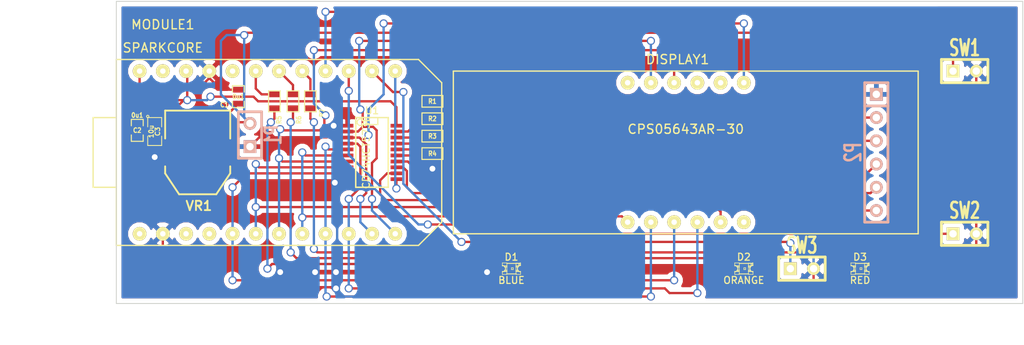
<source format=kicad_pcb>
(kicad_pcb (version 3) (host pcbnew "(2013-07-24 BZR 4024)-stable")

  (general
    (links 57)
    (no_connects 0)
    (area 12.320002 25.349999 124.725288 76.122531)
    (thickness 1.6)
    (drawings 6)
    (tracks 328)
    (zones 0)
    (modules 22)
    (nets 38)
  )

  (page A3)
  (layers
    (15 F.Cu signal)
    (0 B.Cu signal)
    (16 B.Adhes user)
    (17 F.Adhes user)
    (18 B.Paste user)
    (19 F.Paste user)
    (20 B.SilkS user)
    (21 F.SilkS user)
    (22 B.Mask user)
    (23 F.Mask user)
    (24 Dwgs.User user)
    (25 Cmts.User user)
    (26 Eco1.User user)
    (27 Eco2.User user)
    (28 Edge.Cuts user)
  )

  (setup
    (last_trace_width 0.254)
    (trace_clearance 0.254)
    (zone_clearance 0.508)
    (zone_45_only no)
    (trace_min 0.254)
    (segment_width 0.2)
    (edge_width 0.1)
    (via_size 0.889)
    (via_drill 0.635)
    (via_min_size 0.889)
    (via_min_drill 0.508)
    (uvia_size 0.508)
    (uvia_drill 0.127)
    (uvias_allowed no)
    (uvia_min_size 0.508)
    (uvia_min_drill 0.127)
    (pcb_text_width 0.3)
    (pcb_text_size 1.5 1.5)
    (mod_edge_width 0.15)
    (mod_text_size 1 1)
    (mod_text_width 0.15)
    (pad_size 1.5 1.5)
    (pad_drill 0.6)
    (pad_to_mask_clearance 0)
    (aux_axis_origin 0 0)
    (visible_elements FFFFFFBF)
    (pcbplotparams
      (layerselection 3178497)
      (usegerberextensions true)
      (excludeedgelayer true)
      (linewidth 0.150000)
      (plotframeref false)
      (viasonmask false)
      (mode 1)
      (useauxorigin false)
      (hpglpennumber 1)
      (hpglpenspeed 20)
      (hpglpendiameter 15)
      (hpglpenoverlay 2)
      (psnegative false)
      (psa4output false)
      (plotreference true)
      (plotvalue true)
      (plotothertext true)
      (plotinvisibletext false)
      (padsonsilk false)
      (subtractmaskfromsilk false)
      (outputformat 1)
      (mirror false)
      (drillshape 1)
      (scaleselection 1)
      (outputdirectory ""))
  )

  (net 0 "")
  (net 1 +5V)
  (net 2 /RLY_HEAT1)
  (net 3 /RLY_HEAT2)
  (net 4 /RLY_PWR1)
  (net 5 /RLY_PWR2)
  (net 6 GND)
  (net 7 N-0000010)
  (net 8 N-0000011)
  (net 9 N-0000012)
  (net 10 N-0000013)
  (net 11 N-0000014)
  (net 12 N-0000015)
  (net 13 N-0000017)
  (net 14 N-0000018)
  (net 15 N-0000019)
  (net 16 N-000002)
  (net 17 N-0000020)
  (net 18 N-0000021)
  (net 19 N-0000028)
  (net 20 N-000003)
  (net 21 N-0000030)
  (net 22 N-0000031)
  (net 23 N-0000032)
  (net 24 N-0000035)
  (net 25 N-0000036)
  (net 26 N-0000037)
  (net 27 N-0000038)
  (net 28 N-0000039)
  (net 29 N-000004)
  (net 30 N-0000040)
  (net 31 N-0000041)
  (net 32 N-000005)
  (net 33 N-000006)
  (net 34 N-000007)
  (net 35 N-000008)
  (net 36 N-000009)
  (net 37 VCC)

  (net_class Default "This is the default net class."
    (clearance 0.254)
    (trace_width 0.254)
    (via_dia 0.889)
    (via_drill 0.635)
    (uvia_dia 0.508)
    (uvia_drill 0.127)
    (add_net "")
    (add_net +5V)
    (add_net /RLY_HEAT1)
    (add_net /RLY_HEAT2)
    (add_net /RLY_PWR1)
    (add_net /RLY_PWR2)
    (add_net GND)
    (add_net N-0000010)
    (add_net N-0000011)
    (add_net N-0000012)
    (add_net N-0000013)
    (add_net N-0000014)
    (add_net N-0000015)
    (add_net N-0000017)
    (add_net N-0000018)
    (add_net N-0000019)
    (add_net N-000002)
    (add_net N-0000020)
    (add_net N-0000021)
    (add_net N-0000028)
    (add_net N-000003)
    (add_net N-0000030)
    (add_net N-0000031)
    (add_net N-0000032)
    (add_net N-0000035)
    (add_net N-0000036)
    (add_net N-0000037)
    (add_net N-0000038)
    (add_net N-0000039)
    (add_net N-000004)
    (add_net N-0000040)
    (add_net N-0000041)
    (add_net N-000005)
    (add_net N-000006)
    (add_net N-000007)
    (add_net N-000008)
    (add_net N-000009)
    (add_net VCC)
  )

  (module SSOP20 (layer F.Cu) (tedit 530C467E) (tstamp 530C3E58)
    (at 53.34 41.91 270)
    (descr "SSOP 20 pins")
    (tags "CMS SSOP SMD")
    (path /530C5CDF)
    (attr smd)
    (fp_text reference U1 (at -4.572 0 360) (layer F.SilkS)
      (effects (font (size 0.762 0.762) (thickness 0.127)))
    )
    (fp_text value CD74HCT573E (at 0 0.635 270) (layer F.SilkS)
      (effects (font (size 0.762 0.762) (thickness 0.127)))
    )
    (fp_line (start 3.81 -1.778) (end -3.81 -1.778) (layer F.SilkS) (width 0.1651))
    (fp_line (start -3.81 1.778) (end 3.81 1.778) (layer F.SilkS) (width 0.1651))
    (fp_line (start 3.81 -1.778) (end 3.81 1.778) (layer F.SilkS) (width 0.1651))
    (fp_line (start -3.81 1.778) (end -3.81 -1.778) (layer F.SilkS) (width 0.1524))
    (fp_circle (center -3.302 1.27) (end -3.556 1.016) (layer F.SilkS) (width 0.127))
    (fp_line (start -3.81 -0.635) (end -3.048 -0.635) (layer F.SilkS) (width 0.127))
    (fp_line (start -3.048 -0.635) (end -3.048 0.635) (layer F.SilkS) (width 0.127))
    (fp_line (start -3.048 0.635) (end -3.81 0.635) (layer F.SilkS) (width 0.127))
    (pad 1 smd rect (at -2.921 2.667 270) (size 0.4064 1.27)
      (layers F.Cu F.Paste F.Mask)
      (net 6 GND)
    )
    (pad 2 smd rect (at -2.286 2.667 270) (size 0.4064 1.27)
      (layers F.Cu F.Paste F.Mask)
      (net 33 N-000006)
    )
    (pad 3 smd rect (at -1.6256 2.667 270) (size 0.4064 1.27)
      (layers F.Cu F.Paste F.Mask)
      (net 24 N-0000035)
    )
    (pad 4 smd rect (at -0.9652 2.667 270) (size 0.4064 1.27)
      (layers F.Cu F.Paste F.Mask)
      (net 25 N-0000036)
    )
    (pad 5 smd rect (at -0.3302 2.667 270) (size 0.4064 1.27)
      (layers F.Cu F.Paste F.Mask)
      (net 26 N-0000037)
    )
    (pad 6 smd rect (at 0.3302 2.667 270) (size 0.4064 1.27)
      (layers F.Cu F.Paste F.Mask)
      (net 27 N-0000038)
    )
    (pad 7 smd rect (at 0.9906 2.667 270) (size 0.4064 1.27)
      (layers F.Cu F.Paste F.Mask)
      (net 28 N-0000039)
    )
    (pad 8 smd rect (at 1.6256 2.667 270) (size 0.4064 1.27)
      (layers F.Cu F.Paste F.Mask)
      (net 30 N-0000040)
    )
    (pad 9 smd rect (at 2.286 2.667 270) (size 0.4064 1.27)
      (layers F.Cu F.Paste F.Mask)
      (net 31 N-0000041)
    )
    (pad 10 smd rect (at 2.921 2.667 270) (size 0.4064 1.27)
      (layers F.Cu F.Paste F.Mask)
      (net 6 GND)
    )
    (pad 11 smd rect (at 2.921 -2.667 270) (size 0.4064 1.27)
      (layers F.Cu F.Paste F.Mask)
      (net 13 N-0000017)
    )
    (pad 12 smd rect (at 2.286 -2.667 270) (size 0.4064 1.27)
      (layers F.Cu F.Paste F.Mask)
      (net 3 /RLY_HEAT2)
    )
    (pad 13 smd rect (at 1.6256 -2.667 270) (size 0.4064 1.27)
      (layers F.Cu F.Paste F.Mask)
      (net 2 /RLY_HEAT1)
    )
    (pad 14 smd rect (at 0.9906 -2.667 270) (size 0.4064 1.27)
      (layers F.Cu F.Paste F.Mask)
      (net 5 /RLY_PWR2)
    )
    (pad 15 smd rect (at 0.3302 -2.667 270) (size 0.4064 1.27)
      (layers F.Cu F.Paste F.Mask)
      (net 4 /RLY_PWR1)
    )
    (pad 16 smd rect (at -0.3302 -2.667 270) (size 0.4064 1.27)
      (layers F.Cu F.Paste F.Mask)
      (net 15 N-0000019)
    )
    (pad 17 smd rect (at -0.9652 -2.667 270) (size 0.4064 1.27)
      (layers F.Cu F.Paste F.Mask)
      (net 17 N-0000020)
    )
    (pad 18 smd rect (at -1.6256 -2.667 270) (size 0.4064 1.27)
      (layers F.Cu F.Paste F.Mask)
      (net 14 N-0000018)
    )
    (pad 19 smd rect (at -2.286 -2.667 270) (size 0.4064 1.27)
      (layers F.Cu F.Paste F.Mask)
      (net 18 N-0000021)
    )
    (pad 20 smd rect (at -2.921 -2.667 270) (size 0.4064 1.27)
      (layers F.Cu F.Paste F.Mask)
      (net 37 VCC)
    )
    (model smd/cms_so20.wrl
      (at (xyz 0 0 0))
      (scale (xyz 0.255 0.33 0.3))
      (rotate (xyz 0 0 0))
    )
  )

  (module SPARKCORE   locked (layer F.Cu) (tedit 530C43EF) (tstamp 530C2BEB)
    (at 41.91 41.91 90)
    (path /530C1444)
    (fp_text reference MODULE1 (at 13.97 -11.43 180) (layer F.SilkS)
      (effects (font (size 1 1) (thickness 0.15)))
    )
    (fp_text value SPARKCORE (at 11.43 -11.43 180) (layer F.SilkS)
      (effects (font (size 1 1) (thickness 0.15)))
    )
    (fp_line (start -7.62 19.05) (end -10.16 16.51) (layer F.SilkS) (width 0.15))
    (fp_line (start -10.16 16.51) (end -10.16 -16.51) (layer F.SilkS) (width 0.15))
    (fp_line (start 10.16 -16.51) (end 10.16 16.51) (layer F.SilkS) (width 0.15))
    (fp_line (start 10.16 16.51) (end 7.62 19.05) (layer F.SilkS) (width 0.15))
    (fp_line (start -7.62 19.05) (end 7.62 19.05) (layer F.SilkS) (width 0.15))
    (fp_line (start -3.81 -16.51) (end -3.81 -19.05) (layer F.SilkS) (width 0.15))
    (fp_line (start -3.81 -19.05) (end 3.81 -19.05) (layer F.SilkS) (width 0.15))
    (fp_line (start 3.81 -19.05) (end 3.81 -16.51) (layer F.SilkS) (width 0.15))
    (fp_line (start -10.16 -16.51) (end 10.16 -16.51) (layer F.SilkS) (width 0.15))
    (pad 1 thru_hole circle (at -8.89 -13.97 90) (size 1.5 1.5) (drill 0.6)
      (layers *.Cu *.Mask F.SilkS)
    )
    (pad 2 thru_hole circle (at -8.89 -11.43 90) (size 1.5 1.5) (drill 0.6)
      (layers *.Cu *.Mask F.SilkS)
      (net 6 GND)
    )
    (pad 3 thru_hole circle (at -8.89 -8.89 90) (size 1.5 1.5) (drill 0.6)
      (layers *.Cu *.Mask F.SilkS)
    )
    (pad 4 thru_hole circle (at -8.89 -6.35 90) (size 1.5 1.5) (drill 0.6)
      (layers *.Cu *.Mask F.SilkS)
    )
    (pad 5 thru_hole circle (at -8.89 -3.81 90) (size 1.5 1.5) (drill 0.6)
      (layers *.Cu *.Mask F.SilkS)
      (net 31 N-0000041)
    )
    (pad 6 thru_hole circle (at -8.89 -1.27 90) (size 1.5 1.5) (drill 0.6)
      (layers *.Cu *.Mask F.SilkS)
      (net 30 N-0000040)
    )
    (pad 7 thru_hole circle (at -8.89 1.27 90) (size 1.5 1.5) (drill 0.6)
      (layers *.Cu *.Mask F.SilkS)
      (net 28 N-0000039)
    )
    (pad 8 thru_hole circle (at -8.89 3.81 90) (size 1.5 1.5) (drill 0.6)
      (layers *.Cu *.Mask F.SilkS)
      (net 27 N-0000038)
    )
    (pad 9 thru_hole circle (at -8.89 6.35 90) (size 1.5 1.5) (drill 0.6)
      (layers *.Cu *.Mask F.SilkS)
      (net 26 N-0000037)
    )
    (pad 10 thru_hole circle (at -8.89 8.89 90) (size 1.5 1.5) (drill 0.6)
      (layers *.Cu *.Mask F.SilkS)
      (net 25 N-0000036)
    )
    (pad 11 thru_hole circle (at -8.89 11.43 90) (size 1.5 1.5) (drill 0.6)
      (layers *.Cu *.Mask F.SilkS)
      (net 24 N-0000035)
    )
    (pad 12 thru_hole circle (at -8.89 13.97 90) (size 1.5 1.5) (drill 0.6)
      (layers *.Cu *.Mask F.SilkS)
      (net 33 N-000006)
    )
    (pad 13 thru_hole circle (at 8.89 13.97 90) (size 1.5 1.5) (drill 0.6)
      (layers *.Cu *.Mask F.SilkS)
      (net 13 N-0000017)
    )
    (pad 14 thru_hole circle (at 8.89 11.43 90) (size 1.5 1.5) (drill 0.6)
      (layers *.Cu *.Mask F.SilkS)
      (net 7 N-0000010)
    )
    (pad 15 thru_hole circle (at 8.89 8.89 90) (size 1.5 1.5) (drill 0.6)
      (layers *.Cu *.Mask F.SilkS)
      (net 8 N-0000011)
    )
    (pad 16 thru_hole circle (at 8.89 6.35 90) (size 1.5 1.5) (drill 0.6)
      (layers *.Cu *.Mask F.SilkS)
      (net 35 N-000008)
    )
    (pad 17 thru_hole circle (at 8.89 3.81 90) (size 1.5 1.5) (drill 0.6)
      (layers *.Cu *.Mask F.SilkS)
      (net 36 N-000009)
    )
    (pad 18 thru_hole circle (at 8.89 1.27 90) (size 1.5 1.5) (drill 0.6)
      (layers *.Cu *.Mask F.SilkS)
      (net 32 N-000005)
    )
    (pad 19 thru_hole circle (at 8.89 -1.27 90) (size 1.5 1.5) (drill 0.6)
      (layers *.Cu *.Mask F.SilkS)
      (net 29 N-000004)
    )
    (pad 20 thru_hole circle (at 8.89 -3.81 90) (size 1.5 1.5) (drill 0.6)
      (layers *.Cu *.Mask F.SilkS)
    )
    (pad 21 thru_hole circle (at 8.89 -6.35 90) (size 1.5 1.5) (drill 0.6)
      (layers *.Cu *.Mask F.SilkS)
      (net 6 GND)
    )
    (pad 22 thru_hole circle (at 8.89 -8.89 90) (size 1.5 1.5) (drill 0.6)
      (layers *.Cu *.Mask F.SilkS)
      (net 37 VCC)
    )
    (pad 23 thru_hole circle (at 8.89 -11.43 90) (size 1.5 1.5) (drill 0.6)
      (layers *.Cu *.Mask F.SilkS)
    )
    (pad 24 thru_hole circle (at 8.89 -13.97 90) (size 1.5 1.5) (drill 0.6)
      (layers *.Cu *.Mask F.SilkS)
      (net 37 VCC)
    )
  )

  (module SOT223 (layer F.Cu) (tedit 530C495F) (tstamp 530C2BFB)
    (at 34.29 41.91 180)
    (descr "module CMS SOT223 4 pins")
    (tags "CMS SOT")
    (path /530C027F)
    (attr smd)
    (fp_text reference VR1 (at -0.127 -5.842 180) (layer F.SilkS)
      (effects (font (size 1.016 1.016) (thickness 0.2032)))
    )
    (fp_text value UA78M33CDCY (at 0 -11.43 180) (layer F.SilkS) hide
      (effects (font (size 1.016 1.016) (thickness 0.2032)))
    )
    (fp_line (start -3.556 1.524) (end -3.556 4.572) (layer F.SilkS) (width 0.2032))
    (fp_line (start -3.556 4.572) (end 3.556 4.572) (layer F.SilkS) (width 0.2032))
    (fp_line (start 3.556 4.572) (end 3.556 1.524) (layer F.SilkS) (width 0.2032))
    (fp_line (start -3.556 -1.524) (end -3.556 -2.286) (layer F.SilkS) (width 0.2032))
    (fp_line (start -3.556 -2.286) (end -2.032 -4.572) (layer F.SilkS) (width 0.2032))
    (fp_line (start -2.032 -4.572) (end 2.032 -4.572) (layer F.SilkS) (width 0.2032))
    (fp_line (start 2.032 -4.572) (end 3.556 -2.286) (layer F.SilkS) (width 0.2032))
    (fp_line (start 3.556 -2.286) (end 3.556 -1.524) (layer F.SilkS) (width 0.2032))
    (pad 4 smd rect (at 0 -3.302 180) (size 3.6576 2.032)
      (layers F.Cu F.Paste F.Mask)
    )
    (pad 2 smd rect (at 0 3.302 180) (size 1.016 2.032)
      (layers F.Cu F.Paste F.Mask)
      (net 6 GND)
    )
    (pad 3 smd rect (at 2.286 3.302 180) (size 1.016 2.032)
      (layers F.Cu F.Paste F.Mask)
      (net 37 VCC)
    )
    (pad 1 smd rect (at -2.286 3.302 180) (size 1.016 2.032)
      (layers F.Cu F.Paste F.Mask)
      (net 1 +5V)
    )
    (model smd/SOT223.wrl
      (at (xyz 0 0 0))
      (scale (xyz 0.4 0.4 0.4))
      (rotate (xyz 0 0 0))
    )
  )

  (module SM0805 (layer F.Cu) (tedit 5091495C) (tstamp 530C2C08)
    (at 29.591 39.624 270)
    (path /530C7049)
    (attr smd)
    (fp_text reference C3 (at 0 -0.3175 270) (layer F.SilkS)
      (effects (font (size 0.50038 0.50038) (thickness 0.10922)))
    )
    (fp_text value 10u (at 0 0.381 270) (layer F.SilkS)
      (effects (font (size 0.50038 0.50038) (thickness 0.10922)))
    )
    (fp_circle (center -1.651 0.762) (end -1.651 0.635) (layer F.SilkS) (width 0.09906))
    (fp_line (start -0.508 0.762) (end -1.524 0.762) (layer F.SilkS) (width 0.09906))
    (fp_line (start -1.524 0.762) (end -1.524 -0.762) (layer F.SilkS) (width 0.09906))
    (fp_line (start -1.524 -0.762) (end -0.508 -0.762) (layer F.SilkS) (width 0.09906))
    (fp_line (start 0.508 -0.762) (end 1.524 -0.762) (layer F.SilkS) (width 0.09906))
    (fp_line (start 1.524 -0.762) (end 1.524 0.762) (layer F.SilkS) (width 0.09906))
    (fp_line (start 1.524 0.762) (end 0.508 0.762) (layer F.SilkS) (width 0.09906))
    (pad 1 smd rect (at -0.9525 0 270) (size 0.889 1.397)
      (layers F.Cu F.Paste F.Mask)
      (net 37 VCC)
    )
    (pad 2 smd rect (at 0.9525 0 270) (size 0.889 1.397)
      (layers F.Cu F.Paste F.Mask)
      (net 6 GND)
    )
    (model smd/chip_cms.wrl
      (at (xyz 0 0 0))
      (scale (xyz 0.1 0.1 0.1))
      (rotate (xyz 0 0 0))
    )
  )

  (module SM0603_Capa (layer F.Cu) (tedit 5051B1EC) (tstamp 530C2C14)
    (at 27.686 39.497 270)
    (path /530C7062)
    (attr smd)
    (fp_text reference C2 (at 0 0 360) (layer F.SilkS)
      (effects (font (size 0.508 0.4572) (thickness 0.1143)))
    )
    (fp_text value 0u1 (at -1.651 0 360) (layer F.SilkS)
      (effects (font (size 0.508 0.4572) (thickness 0.1143)))
    )
    (fp_line (start 0.50038 0.65024) (end 1.19888 0.65024) (layer F.SilkS) (width 0.11938))
    (fp_line (start -0.50038 0.65024) (end -1.19888 0.65024) (layer F.SilkS) (width 0.11938))
    (fp_line (start 0.50038 -0.65024) (end 1.19888 -0.65024) (layer F.SilkS) (width 0.11938))
    (fp_line (start -1.19888 -0.65024) (end -0.50038 -0.65024) (layer F.SilkS) (width 0.11938))
    (fp_line (start 1.19888 -0.635) (end 1.19888 0.635) (layer F.SilkS) (width 0.11938))
    (fp_line (start -1.19888 0.635) (end -1.19888 -0.635) (layer F.SilkS) (width 0.11938))
    (pad 1 smd rect (at -0.762 0 270) (size 0.635 1.143)
      (layers F.Cu F.Paste F.Mask)
      (net 37 VCC)
    )
    (pad 2 smd rect (at 0.762 0 270) (size 0.635 1.143)
      (layers F.Cu F.Paste F.Mask)
      (net 6 GND)
    )
    (model smd\capacitors\C0603.wrl
      (at (xyz 0 0 0.001))
      (scale (xyz 0.5 0.5 0.5))
      (rotate (xyz 0 0 0))
    )
  )

  (module SM0603_Capa (layer F.Cu) (tedit 530C49F0) (tstamp 530C2C20)
    (at 38.735 35.814 90)
    (path /530C5985)
    (attr smd)
    (fp_text reference C1 (at -0.889 -1.524 180) (layer F.SilkS)
      (effects (font (size 0.508 0.4572) (thickness 0.1143)))
    )
    (fp_text value 0u1 (at 0 0 180) (layer F.SilkS)
      (effects (font (size 0.508 0.4572) (thickness 0.1143)))
    )
    (fp_line (start 0.50038 0.65024) (end 1.19888 0.65024) (layer F.SilkS) (width 0.11938))
    (fp_line (start -0.50038 0.65024) (end -1.19888 0.65024) (layer F.SilkS) (width 0.11938))
    (fp_line (start 0.50038 -0.65024) (end 1.19888 -0.65024) (layer F.SilkS) (width 0.11938))
    (fp_line (start -1.19888 -0.65024) (end -0.50038 -0.65024) (layer F.SilkS) (width 0.11938))
    (fp_line (start 1.19888 -0.635) (end 1.19888 0.635) (layer F.SilkS) (width 0.11938))
    (fp_line (start -1.19888 0.635) (end -1.19888 -0.635) (layer F.SilkS) (width 0.11938))
    (pad 1 smd rect (at -0.762 0 90) (size 0.635 1.143)
      (layers F.Cu F.Paste F.Mask)
      (net 1 +5V)
    )
    (pad 2 smd rect (at 0.762 0 90) (size 0.635 1.143)
      (layers F.Cu F.Paste F.Mask)
      (net 6 GND)
    )
    (model smd\capacitors\C0603.wrl
      (at (xyz 0 0 0.001))
      (scale (xyz 0.5 0.5 0.5))
      (rotate (xyz 0 0 0))
    )
  )

  (module SM0603 (layer F.Cu) (tedit 4E43A3D1) (tstamp 530C2C2A)
    (at 59.944 36.322)
    (path /530C53F1)
    (attr smd)
    (fp_text reference R1 (at 0 0) (layer F.SilkS)
      (effects (font (size 0.508 0.4572) (thickness 0.1143)))
    )
    (fp_text value 5K1 (at 0 0) (layer F.SilkS) hide
      (effects (font (size 0.508 0.4572) (thickness 0.1143)))
    )
    (fp_line (start -1.143 -0.635) (end 1.143 -0.635) (layer F.SilkS) (width 0.127))
    (fp_line (start 1.143 -0.635) (end 1.143 0.635) (layer F.SilkS) (width 0.127))
    (fp_line (start 1.143 0.635) (end -1.143 0.635) (layer F.SilkS) (width 0.127))
    (fp_line (start -1.143 0.635) (end -1.143 -0.635) (layer F.SilkS) (width 0.127))
    (pad 1 smd rect (at -0.762 0) (size 0.635 1.143)
      (layers F.Cu F.Paste F.Mask)
      (net 18 N-0000021)
    )
    (pad 2 smd rect (at 0.762 0) (size 0.635 1.143)
      (layers F.Cu F.Paste F.Mask)
      (net 34 N-000007)
    )
    (model smd\resistors\R0603.wrl
      (at (xyz 0 0 0.001))
      (scale (xyz 0.5 0.5 0.5))
      (rotate (xyz 0 0 0))
    )
  )

  (module SM0603 (layer F.Cu) (tedit 4E43A3D1) (tstamp 530C2C34)
    (at 59.944 38.227)
    (path /530C53FE)
    (attr smd)
    (fp_text reference R2 (at 0 0) (layer F.SilkS)
      (effects (font (size 0.508 0.4572) (thickness 0.1143)))
    )
    (fp_text value 5K1 (at 0 0) (layer F.SilkS) hide
      (effects (font (size 0.508 0.4572) (thickness 0.1143)))
    )
    (fp_line (start -1.143 -0.635) (end 1.143 -0.635) (layer F.SilkS) (width 0.127))
    (fp_line (start 1.143 -0.635) (end 1.143 0.635) (layer F.SilkS) (width 0.127))
    (fp_line (start 1.143 0.635) (end -1.143 0.635) (layer F.SilkS) (width 0.127))
    (fp_line (start -1.143 0.635) (end -1.143 -0.635) (layer F.SilkS) (width 0.127))
    (pad 1 smd rect (at -0.762 0) (size 0.635 1.143)
      (layers F.Cu F.Paste F.Mask)
      (net 14 N-0000018)
    )
    (pad 2 smd rect (at 0.762 0) (size 0.635 1.143)
      (layers F.Cu F.Paste F.Mask)
      (net 20 N-000003)
    )
    (model smd\resistors\R0603.wrl
      (at (xyz 0 0 0.001))
      (scale (xyz 0.5 0.5 0.5))
      (rotate (xyz 0 0 0))
    )
  )

  (module SM0603 (layer F.Cu) (tedit 4E43A3D1) (tstamp 530C2C3E)
    (at 59.944 40.132)
    (path /530C5404)
    (attr smd)
    (fp_text reference R3 (at 0 0) (layer F.SilkS)
      (effects (font (size 0.508 0.4572) (thickness 0.1143)))
    )
    (fp_text value 5K1 (at 0 0) (layer F.SilkS) hide
      (effects (font (size 0.508 0.4572) (thickness 0.1143)))
    )
    (fp_line (start -1.143 -0.635) (end 1.143 -0.635) (layer F.SilkS) (width 0.127))
    (fp_line (start 1.143 -0.635) (end 1.143 0.635) (layer F.SilkS) (width 0.127))
    (fp_line (start 1.143 0.635) (end -1.143 0.635) (layer F.SilkS) (width 0.127))
    (fp_line (start -1.143 0.635) (end -1.143 -0.635) (layer F.SilkS) (width 0.127))
    (pad 1 smd rect (at -0.762 0) (size 0.635 1.143)
      (layers F.Cu F.Paste F.Mask)
      (net 17 N-0000020)
    )
    (pad 2 smd rect (at 0.762 0) (size 0.635 1.143)
      (layers F.Cu F.Paste F.Mask)
      (net 16 N-000002)
    )
    (model smd\resistors\R0603.wrl
      (at (xyz 0 0 0.001))
      (scale (xyz 0.5 0.5 0.5))
      (rotate (xyz 0 0 0))
    )
  )

  (module SM0603 (layer F.Cu) (tedit 4E43A3D1) (tstamp 530C2C48)
    (at 59.944 42.037)
    (path /530C5414)
    (attr smd)
    (fp_text reference R4 (at 0 0) (layer F.SilkS)
      (effects (font (size 0.508 0.4572) (thickness 0.1143)))
    )
    (fp_text value 5K1 (at 0 0) (layer F.SilkS) hide
      (effects (font (size 0.508 0.4572) (thickness 0.1143)))
    )
    (fp_line (start -1.143 -0.635) (end 1.143 -0.635) (layer F.SilkS) (width 0.127))
    (fp_line (start 1.143 -0.635) (end 1.143 0.635) (layer F.SilkS) (width 0.127))
    (fp_line (start 1.143 0.635) (end -1.143 0.635) (layer F.SilkS) (width 0.127))
    (fp_line (start -1.143 0.635) (end -1.143 -0.635) (layer F.SilkS) (width 0.127))
    (pad 1 smd rect (at -0.762 0) (size 0.635 1.143)
      (layers F.Cu F.Paste F.Mask)
      (net 15 N-0000019)
    )
    (pad 2 smd rect (at 0.762 0) (size 0.635 1.143)
      (layers F.Cu F.Paste F.Mask)
      (net 19 N-0000028)
    )
    (model smd\resistors\R0603.wrl
      (at (xyz 0 0 0.001))
      (scale (xyz 0.5 0.5 0.5))
      (rotate (xyz 0 0 0))
    )
  )

  (module SM0603 (layer F.Cu) (tedit 530C49FB) (tstamp 530C2C52)
    (at 42.672 36.322 270)
    (path /530C4776)
    (attr smd)
    (fp_text reference R5 (at 2.032 -0.508 270) (layer F.SilkS)
      (effects (font (size 0.508 0.4572) (thickness 0.1143)))
    )
    (fp_text value 680 (at 0 0 270) (layer F.SilkS) hide
      (effects (font (size 0.508 0.4572) (thickness 0.1143)))
    )
    (fp_line (start -1.143 -0.635) (end 1.143 -0.635) (layer F.SilkS) (width 0.127))
    (fp_line (start 1.143 -0.635) (end 1.143 0.635) (layer F.SilkS) (width 0.127))
    (fp_line (start 1.143 0.635) (end -1.143 0.635) (layer F.SilkS) (width 0.127))
    (fp_line (start -1.143 0.635) (end -1.143 -0.635) (layer F.SilkS) (width 0.127))
    (pad 1 smd rect (at -0.762 0 270) (size 0.635 1.143)
      (layers F.Cu F.Paste F.Mask)
      (net 29 N-000004)
    )
    (pad 2 smd rect (at 0.762 0 270) (size 0.635 1.143)
      (layers F.Cu F.Paste F.Mask)
      (net 23 N-0000032)
    )
    (model smd\resistors\R0603.wrl
      (at (xyz 0 0 0.001))
      (scale (xyz 0.5 0.5 0.5))
      (rotate (xyz 0 0 0))
    )
  )

  (module SM0603 (layer F.Cu) (tedit 530C4A01) (tstamp 530C2C5C)
    (at 44.704 36.322 270)
    (path /530C4770)
    (attr smd)
    (fp_text reference R6 (at 2.032 -0.635 270) (layer F.SilkS)
      (effects (font (size 0.508 0.4572) (thickness 0.1143)))
    )
    (fp_text value 680 (at 0 0 270) (layer F.SilkS) hide
      (effects (font (size 0.508 0.4572) (thickness 0.1143)))
    )
    (fp_line (start -1.143 -0.635) (end 1.143 -0.635) (layer F.SilkS) (width 0.127))
    (fp_line (start 1.143 -0.635) (end 1.143 0.635) (layer F.SilkS) (width 0.127))
    (fp_line (start 1.143 0.635) (end -1.143 0.635) (layer F.SilkS) (width 0.127))
    (fp_line (start -1.143 0.635) (end -1.143 -0.635) (layer F.SilkS) (width 0.127))
    (pad 1 smd rect (at -0.762 0 270) (size 0.635 1.143)
      (layers F.Cu F.Paste F.Mask)
      (net 32 N-000005)
    )
    (pad 2 smd rect (at 0.762 0 270) (size 0.635 1.143)
      (layers F.Cu F.Paste F.Mask)
      (net 21 N-0000030)
    )
    (model smd\resistors\R0603.wrl
      (at (xyz 0 0 0.001))
      (scale (xyz 0.5 0.5 0.5))
      (rotate (xyz 0 0 0))
    )
  )

  (module SM0603 (layer F.Cu) (tedit 530C4A09) (tstamp 530C4557)
    (at 46.609 36.322 270)
    (path /530C4741)
    (attr smd)
    (fp_text reference R7 (at 1.27 -1.27 270) (layer F.SilkS)
      (effects (font (size 0.508 0.4572) (thickness 0.1143)))
    )
    (fp_text value 680 (at 0 0 270) (layer F.SilkS) hide
      (effects (font (size 0.508 0.4572) (thickness 0.1143)))
    )
    (fp_line (start -1.143 -0.635) (end 1.143 -0.635) (layer F.SilkS) (width 0.127))
    (fp_line (start 1.143 -0.635) (end 1.143 0.635) (layer F.SilkS) (width 0.127))
    (fp_line (start 1.143 0.635) (end -1.143 0.635) (layer F.SilkS) (width 0.127))
    (fp_line (start -1.143 0.635) (end -1.143 -0.635) (layer F.SilkS) (width 0.127))
    (pad 1 smd rect (at -0.762 0 270) (size 0.635 1.143)
      (layers F.Cu F.Paste F.Mask)
      (net 36 N-000009)
    )
    (pad 2 smd rect (at 0.762 0 270) (size 0.635 1.143)
      (layers F.Cu F.Paste F.Mask)
      (net 22 N-0000031)
    )
    (model smd\resistors\R0603.wrl
      (at (xyz 0 0 0.001))
      (scale (xyz 0.5 0.5 0.5))
      (rotate (xyz 0 0 0))
    )
  )

  (module SIL-6 (layer B.Cu) (tedit 200000) (tstamp 530C2C75)
    (at 108.458 41.91 270)
    (descr "Connecteur 6 pins")
    (tags "CONN DEV")
    (path /530C830C)
    (attr smd)
    (fp_text reference P2 (at 0 2.54 270) (layer B.SilkS)
      (effects (font (size 1.72974 1.08712) (thickness 0.3048)) (justify mirror))
    )
    (fp_text value CONN_6 (at 0 2.54 270) (layer B.SilkS) hide
      (effects (font (size 1.524 1.016) (thickness 0.3048)) (justify mirror))
    )
    (fp_line (start -7.62 -1.27) (end -7.62 1.27) (layer B.SilkS) (width 0.3048))
    (fp_line (start -7.62 1.27) (end 7.62 1.27) (layer B.SilkS) (width 0.3048))
    (fp_line (start 7.62 1.27) (end 7.62 -1.27) (layer B.SilkS) (width 0.3048))
    (fp_line (start 7.62 -1.27) (end -7.62 -1.27) (layer B.SilkS) (width 0.3048))
    (fp_line (start -5.08 -1.27) (end -5.08 1.27) (layer B.SilkS) (width 0.3048))
    (pad 1 thru_hole rect (at -6.35 0 270) (size 1.397 1.397) (drill 0.8128)
      (layers *.Cu *.Mask B.SilkS)
      (net 6 GND)
    )
    (pad 2 thru_hole circle (at -3.81 0 270) (size 1.397 1.397) (drill 0.8128)
      (layers *.Cu *.Mask B.SilkS)
      (net 1 +5V)
    )
    (pad 3 thru_hole circle (at -1.27 0 270) (size 1.397 1.397) (drill 0.8128)
      (layers *.Cu *.Mask B.SilkS)
      (net 4 /RLY_PWR1)
    )
    (pad 4 thru_hole circle (at 1.27 0 270) (size 1.397 1.397) (drill 0.8128)
      (layers *.Cu *.Mask B.SilkS)
      (net 5 /RLY_PWR2)
    )
    (pad 5 thru_hole circle (at 3.81 0 270) (size 1.397 1.397) (drill 0.8128)
      (layers *.Cu *.Mask B.SilkS)
      (net 2 /RLY_HEAT1)
    )
    (pad 6 thru_hole circle (at 6.35 0 270) (size 1.397 1.397) (drill 0.8128)
      (layers *.Cu *.Mask B.SilkS)
      (net 3 /RLY_HEAT2)
    )
  )

  (module SIL-2 (layer B.Cu) (tedit 200000) (tstamp 530C2C7F)
    (at 40.005 40.005 90)
    (descr "Connecteurs 2 pins")
    (tags "CONN DEV")
    (path /530C8A15)
    (fp_text reference P1 (at 0 2.54 90) (layer B.SilkS)
      (effects (font (size 1.72974 1.08712) (thickness 0.3048)) (justify mirror))
    )
    (fp_text value CONN_2 (at 0 2.54 90) (layer B.SilkS) hide
      (effects (font (size 1.524 1.016) (thickness 0.3048)) (justify mirror))
    )
    (fp_line (start -2.54 -1.27) (end -2.54 1.27) (layer B.SilkS) (width 0.3048))
    (fp_line (start -2.54 1.27) (end 2.54 1.27) (layer B.SilkS) (width 0.3048))
    (fp_line (start 2.54 1.27) (end 2.54 -1.27) (layer B.SilkS) (width 0.3048))
    (fp_line (start 2.54 -1.27) (end -2.54 -1.27) (layer B.SilkS) (width 0.3048))
    (pad 1 thru_hole rect (at -1.27 0 90) (size 1.397 1.397) (drill 0.8128)
      (layers *.Cu *.Mask B.SilkS)
      (net 6 GND)
    )
    (pad 2 thru_hole circle (at 1.27 0 90) (size 1.397 1.397) (drill 0.8128)
      (layers *.Cu *.Mask B.SilkS)
      (net 1 +5V)
    )
  )

  (module SIL-2 (layer F.Cu) (tedit 200000) (tstamp 530C2C89)
    (at 100.33 54.61)
    (descr "Connecteurs 2 pins")
    (tags "CONN DEV")
    (path /530C52BF)
    (fp_text reference SW3 (at 0 -2.54) (layer F.SilkS)
      (effects (font (size 1.72974 1.08712) (thickness 0.3048)))
    )
    (fp_text value "TIME UP / START" (at 0 -2.54) (layer F.SilkS) hide
      (effects (font (size 1.524 1.016) (thickness 0.3048)))
    )
    (fp_line (start -2.54 1.27) (end -2.54 -1.27) (layer F.SilkS) (width 0.3048))
    (fp_line (start -2.54 -1.27) (end 2.54 -1.27) (layer F.SilkS) (width 0.3048))
    (fp_line (start 2.54 -1.27) (end 2.54 1.27) (layer F.SilkS) (width 0.3048))
    (fp_line (start 2.54 1.27) (end -2.54 1.27) (layer F.SilkS) (width 0.3048))
    (pad 1 thru_hole rect (at -1.27 0) (size 1.397 1.397) (drill 0.8128)
      (layers *.Cu *.Mask F.SilkS)
      (net 7 N-0000010)
    )
    (pad 2 thru_hole circle (at 1.27 0) (size 1.397 1.397) (drill 0.8128)
      (layers *.Cu *.Mask F.SilkS)
      (net 6 GND)
    )
  )

  (module SIL-2 (layer F.Cu) (tedit 200000) (tstamp 530C2C93)
    (at 118.11 50.8)
    (descr "Connecteurs 2 pins")
    (tags "CONN DEV")
    (path /530C52CC)
    (fp_text reference SW2 (at 0 -2.54) (layer F.SilkS)
      (effects (font (size 1.72974 1.08712) (thickness 0.3048)))
    )
    (fp_text value "TIME DOWN" (at 0 -2.54) (layer F.SilkS) hide
      (effects (font (size 1.524 1.016) (thickness 0.3048)))
    )
    (fp_line (start -2.54 1.27) (end -2.54 -1.27) (layer F.SilkS) (width 0.3048))
    (fp_line (start -2.54 -1.27) (end 2.54 -1.27) (layer F.SilkS) (width 0.3048))
    (fp_line (start 2.54 -1.27) (end 2.54 1.27) (layer F.SilkS) (width 0.3048))
    (fp_line (start 2.54 1.27) (end -2.54 1.27) (layer F.SilkS) (width 0.3048))
    (pad 1 thru_hole rect (at -1.27 0) (size 1.397 1.397) (drill 0.8128)
      (layers *.Cu *.Mask F.SilkS)
      (net 8 N-0000011)
    )
    (pad 2 thru_hole circle (at 1.27 0) (size 1.397 1.397) (drill 0.8128)
      (layers *.Cu *.Mask F.SilkS)
      (net 6 GND)
    )
  )

  (module SIL-2 (layer F.Cu) (tedit 200000) (tstamp 530C2C9D)
    (at 118.11 33.02)
    (descr "Connecteurs 2 pins")
    (tags "CONN DEV")
    (path /530C52D2)
    (fp_text reference SW1 (at 0 -2.54) (layer F.SilkS)
      (effects (font (size 1.72974 1.08712) (thickness 0.3048)))
    )
    (fp_text value "TEMP SELECT" (at 0 -2.54) (layer F.SilkS) hide
      (effects (font (size 1.524 1.016) (thickness 0.3048)))
    )
    (fp_line (start -2.54 1.27) (end -2.54 -1.27) (layer F.SilkS) (width 0.3048))
    (fp_line (start -2.54 -1.27) (end 2.54 -1.27) (layer F.SilkS) (width 0.3048))
    (fp_line (start 2.54 -1.27) (end 2.54 1.27) (layer F.SilkS) (width 0.3048))
    (fp_line (start 2.54 1.27) (end -2.54 1.27) (layer F.SilkS) (width 0.3048))
    (pad 1 thru_hole rect (at -1.27 0) (size 1.397 1.397) (drill 0.8128)
      (layers *.Cu *.Mask F.SilkS)
      (net 35 N-000008)
    )
    (pad 2 thru_hole circle (at 1.27 0) (size 1.397 1.397) (drill 0.8128)
      (layers *.Cu *.Mask F.SilkS)
      (net 6 GND)
    )
  )

  (module LED-7SEG-4DIGIT (layer F.Cu) (tedit 530C4CDB) (tstamp 530C3E16)
    (at 87.63 41.91)
    (path /530C5F15)
    (fp_text reference DISPLAY1 (at -0.889 -10.16) (layer F.SilkS)
      (effects (font (size 1 1) (thickness 0.15)))
    )
    (fp_text value CPS05643AR-30 (at 0 -2.54) (layer F.SilkS)
      (effects (font (size 1 1) (thickness 0.15)))
    )
    (fp_line (start -25.4 -8.89) (end 25.4 -8.89) (layer F.SilkS) (width 0.15))
    (fp_line (start 25.4 -8.89) (end 25.4 8.89) (layer F.SilkS) (width 0.15))
    (fp_line (start 25.4 8.89) (end -25.4 8.89) (layer F.SilkS) (width 0.15))
    (fp_line (start -25.4 8.89) (end -25.4 -8.89) (layer F.SilkS) (width 0.15))
    (pad 1 thru_hole circle (at -6.35 7.62) (size 1.5 1.5) (drill 0.6)
      (layers *.Cu *.Mask F.SilkS)
      (net 27 N-0000038)
    )
    (pad 2 thru_hole circle (at -3.81 7.62) (size 1.5 1.5) (drill 0.6)
      (layers *.Cu *.Mask F.SilkS)
      (net 26 N-0000037)
    )
    (pad 3 thru_hole circle (at -1.27 7.62) (size 1.5 1.5) (drill 0.6)
      (layers *.Cu *.Mask F.SilkS)
      (net 31 N-0000041)
    )
    (pad 4 thru_hole circle (at 1.27 7.62) (size 1.5 1.5) (drill 0.6)
      (layers *.Cu *.Mask F.SilkS)
      (net 25 N-0000036)
    )
    (pad 5 thru_hole circle (at 3.81 7.62) (size 1.5 1.5) (drill 0.6)
      (layers *.Cu *.Mask F.SilkS)
      (net 30 N-0000040)
    )
    (pad 6 thru_hole circle (at 6.35 7.62) (size 1.5 1.5) (drill 0.6)
      (layers *.Cu *.Mask F.SilkS)
      (net 12 N-0000015)
    )
    (pad 7 thru_hole circle (at 6.35 -7.62) (size 1.5 1.5) (drill 0.6)
      (layers *.Cu *.Mask F.SilkS)
      (net 24 N-0000035)
    )
    (pad 8 thru_hole circle (at 3.81 -7.62) (size 1.5 1.5) (drill 0.6)
      (layers *.Cu *.Mask F.SilkS)
      (net 11 N-0000014)
    )
    (pad 9 thru_hole circle (at 1.27 -7.62) (size 1.5 1.5) (drill 0.6)
      (layers *.Cu *.Mask F.SilkS)
      (net 10 N-0000013)
    )
    (pad 10 thru_hole circle (at -1.27 -7.62) (size 1.5 1.5) (drill 0.6)
      (layers *.Cu *.Mask F.SilkS)
      (net 28 N-0000039)
    )
    (pad 11 thru_hole circle (at -3.81 -7.62) (size 1.5 1.5) (drill 0.6)
      (layers *.Cu *.Mask F.SilkS)
      (net 33 N-000006)
    )
    (pad 12 thru_hole circle (at -6.35 -7.62) (size 1.5 1.5) (drill 0.6)
      (layers *.Cu *.Mask F.SilkS)
      (net 9 N-0000012)
    )
  )

  (module LED-0805 (layer F.Cu) (tedit 49DC4C0B) (tstamp 530C2CEC)
    (at 106.68 54.61)
    (descr "LED 0805 smd package")
    (tags "LED 0805 SMD")
    (path /530C45C0)
    (attr smd)
    (fp_text reference D3 (at 0 -1.27) (layer F.SilkS)
      (effects (font (size 0.762 0.762) (thickness 0.127)))
    )
    (fp_text value RED (at 0 1.27) (layer F.SilkS)
      (effects (font (size 0.762 0.762) (thickness 0.127)))
    )
    (fp_line (start 0.49784 0.29972) (end 0.49784 0.62484) (layer F.SilkS) (width 0.06604))
    (fp_line (start 0.49784 0.62484) (end 0.99822 0.62484) (layer F.SilkS) (width 0.06604))
    (fp_line (start 0.99822 0.29972) (end 0.99822 0.62484) (layer F.SilkS) (width 0.06604))
    (fp_line (start 0.49784 0.29972) (end 0.99822 0.29972) (layer F.SilkS) (width 0.06604))
    (fp_line (start 0.49784 -0.32258) (end 0.49784 -0.17272) (layer F.SilkS) (width 0.06604))
    (fp_line (start 0.49784 -0.17272) (end 0.7493 -0.17272) (layer F.SilkS) (width 0.06604))
    (fp_line (start 0.7493 -0.32258) (end 0.7493 -0.17272) (layer F.SilkS) (width 0.06604))
    (fp_line (start 0.49784 -0.32258) (end 0.7493 -0.32258) (layer F.SilkS) (width 0.06604))
    (fp_line (start 0.49784 0.17272) (end 0.49784 0.32258) (layer F.SilkS) (width 0.06604))
    (fp_line (start 0.49784 0.32258) (end 0.7493 0.32258) (layer F.SilkS) (width 0.06604))
    (fp_line (start 0.7493 0.17272) (end 0.7493 0.32258) (layer F.SilkS) (width 0.06604))
    (fp_line (start 0.49784 0.17272) (end 0.7493 0.17272) (layer F.SilkS) (width 0.06604))
    (fp_line (start 0.49784 -0.19812) (end 0.49784 0.19812) (layer F.SilkS) (width 0.06604))
    (fp_line (start 0.49784 0.19812) (end 0.6731 0.19812) (layer F.SilkS) (width 0.06604))
    (fp_line (start 0.6731 -0.19812) (end 0.6731 0.19812) (layer F.SilkS) (width 0.06604))
    (fp_line (start 0.49784 -0.19812) (end 0.6731 -0.19812) (layer F.SilkS) (width 0.06604))
    (fp_line (start -0.99822 0.29972) (end -0.99822 0.62484) (layer F.SilkS) (width 0.06604))
    (fp_line (start -0.99822 0.62484) (end -0.49784 0.62484) (layer F.SilkS) (width 0.06604))
    (fp_line (start -0.49784 0.29972) (end -0.49784 0.62484) (layer F.SilkS) (width 0.06604))
    (fp_line (start -0.99822 0.29972) (end -0.49784 0.29972) (layer F.SilkS) (width 0.06604))
    (fp_line (start -0.99822 -0.62484) (end -0.99822 -0.29972) (layer F.SilkS) (width 0.06604))
    (fp_line (start -0.99822 -0.29972) (end -0.49784 -0.29972) (layer F.SilkS) (width 0.06604))
    (fp_line (start -0.49784 -0.62484) (end -0.49784 -0.29972) (layer F.SilkS) (width 0.06604))
    (fp_line (start -0.99822 -0.62484) (end -0.49784 -0.62484) (layer F.SilkS) (width 0.06604))
    (fp_line (start -0.7493 0.17272) (end -0.7493 0.32258) (layer F.SilkS) (width 0.06604))
    (fp_line (start -0.7493 0.32258) (end -0.49784 0.32258) (layer F.SilkS) (width 0.06604))
    (fp_line (start -0.49784 0.17272) (end -0.49784 0.32258) (layer F.SilkS) (width 0.06604))
    (fp_line (start -0.7493 0.17272) (end -0.49784 0.17272) (layer F.SilkS) (width 0.06604))
    (fp_line (start -0.7493 -0.32258) (end -0.7493 -0.17272) (layer F.SilkS) (width 0.06604))
    (fp_line (start -0.7493 -0.17272) (end -0.49784 -0.17272) (layer F.SilkS) (width 0.06604))
    (fp_line (start -0.49784 -0.32258) (end -0.49784 -0.17272) (layer F.SilkS) (width 0.06604))
    (fp_line (start -0.7493 -0.32258) (end -0.49784 -0.32258) (layer F.SilkS) (width 0.06604))
    (fp_line (start -0.6731 -0.19812) (end -0.6731 0.19812) (layer F.SilkS) (width 0.06604))
    (fp_line (start -0.6731 0.19812) (end -0.49784 0.19812) (layer F.SilkS) (width 0.06604))
    (fp_line (start -0.49784 -0.19812) (end -0.49784 0.19812) (layer F.SilkS) (width 0.06604))
    (fp_line (start -0.6731 -0.19812) (end -0.49784 -0.19812) (layer F.SilkS) (width 0.06604))
    (fp_line (start 0 -0.09906) (end 0 0.09906) (layer F.SilkS) (width 0.06604))
    (fp_line (start 0 0.09906) (end 0.19812 0.09906) (layer F.SilkS) (width 0.06604))
    (fp_line (start 0.19812 -0.09906) (end 0.19812 0.09906) (layer F.SilkS) (width 0.06604))
    (fp_line (start 0 -0.09906) (end 0.19812 -0.09906) (layer F.SilkS) (width 0.06604))
    (fp_line (start 0.49784 -0.59944) (end 0.49784 -0.29972) (layer F.SilkS) (width 0.06604))
    (fp_line (start 0.49784 -0.29972) (end 0.79756 -0.29972) (layer F.SilkS) (width 0.06604))
    (fp_line (start 0.79756 -0.59944) (end 0.79756 -0.29972) (layer F.SilkS) (width 0.06604))
    (fp_line (start 0.49784 -0.59944) (end 0.79756 -0.59944) (layer F.SilkS) (width 0.06604))
    (fp_line (start 0.92456 -0.62484) (end 0.92456 -0.39878) (layer F.SilkS) (width 0.06604))
    (fp_line (start 0.92456 -0.39878) (end 0.99822 -0.39878) (layer F.SilkS) (width 0.06604))
    (fp_line (start 0.99822 -0.62484) (end 0.99822 -0.39878) (layer F.SilkS) (width 0.06604))
    (fp_line (start 0.92456 -0.62484) (end 0.99822 -0.62484) (layer F.SilkS) (width 0.06604))
    (fp_line (start 0.52324 0.57404) (end -0.52324 0.57404) (layer F.SilkS) (width 0.1016))
    (fp_line (start -0.49784 -0.57404) (end 0.92456 -0.57404) (layer F.SilkS) (width 0.1016))
    (fp_circle (center 0.84836 -0.44958) (end 0.89916 -0.50038) (layer F.SilkS) (width 0.0508))
    (fp_arc (start 0.99822 0) (end 0.99822 0.34798) (angle 180) (layer F.SilkS) (width 0.1016))
    (fp_arc (start -0.99822 0) (end -0.99822 -0.34798) (angle 180) (layer F.SilkS) (width 0.1016))
    (pad 1 smd rect (at -1.04902 0) (size 1.19888 1.19888)
      (layers F.Cu F.Paste F.Mask)
      (net 22 N-0000031)
    )
    (pad 2 smd rect (at 1.04902 0) (size 1.19888 1.19888)
      (layers F.Cu F.Paste F.Mask)
      (net 6 GND)
    )
  )

  (module LED-0805 (layer F.Cu) (tedit 49DC4C0B) (tstamp 530C2D27)
    (at 68.58 54.61)
    (descr "LED 0805 smd package")
    (tags "LED 0805 SMD")
    (path /530C4691)
    (attr smd)
    (fp_text reference D1 (at 0 -1.27) (layer F.SilkS)
      (effects (font (size 0.762 0.762) (thickness 0.127)))
    )
    (fp_text value BLUE (at 0 1.27) (layer F.SilkS)
      (effects (font (size 0.762 0.762) (thickness 0.127)))
    )
    (fp_line (start 0.49784 0.29972) (end 0.49784 0.62484) (layer F.SilkS) (width 0.06604))
    (fp_line (start 0.49784 0.62484) (end 0.99822 0.62484) (layer F.SilkS) (width 0.06604))
    (fp_line (start 0.99822 0.29972) (end 0.99822 0.62484) (layer F.SilkS) (width 0.06604))
    (fp_line (start 0.49784 0.29972) (end 0.99822 0.29972) (layer F.SilkS) (width 0.06604))
    (fp_line (start 0.49784 -0.32258) (end 0.49784 -0.17272) (layer F.SilkS) (width 0.06604))
    (fp_line (start 0.49784 -0.17272) (end 0.7493 -0.17272) (layer F.SilkS) (width 0.06604))
    (fp_line (start 0.7493 -0.32258) (end 0.7493 -0.17272) (layer F.SilkS) (width 0.06604))
    (fp_line (start 0.49784 -0.32258) (end 0.7493 -0.32258) (layer F.SilkS) (width 0.06604))
    (fp_line (start 0.49784 0.17272) (end 0.49784 0.32258) (layer F.SilkS) (width 0.06604))
    (fp_line (start 0.49784 0.32258) (end 0.7493 0.32258) (layer F.SilkS) (width 0.06604))
    (fp_line (start 0.7493 0.17272) (end 0.7493 0.32258) (layer F.SilkS) (width 0.06604))
    (fp_line (start 0.49784 0.17272) (end 0.7493 0.17272) (layer F.SilkS) (width 0.06604))
    (fp_line (start 0.49784 -0.19812) (end 0.49784 0.19812) (layer F.SilkS) (width 0.06604))
    (fp_line (start 0.49784 0.19812) (end 0.6731 0.19812) (layer F.SilkS) (width 0.06604))
    (fp_line (start 0.6731 -0.19812) (end 0.6731 0.19812) (layer F.SilkS) (width 0.06604))
    (fp_line (start 0.49784 -0.19812) (end 0.6731 -0.19812) (layer F.SilkS) (width 0.06604))
    (fp_line (start -0.99822 0.29972) (end -0.99822 0.62484) (layer F.SilkS) (width 0.06604))
    (fp_line (start -0.99822 0.62484) (end -0.49784 0.62484) (layer F.SilkS) (width 0.06604))
    (fp_line (start -0.49784 0.29972) (end -0.49784 0.62484) (layer F.SilkS) (width 0.06604))
    (fp_line (start -0.99822 0.29972) (end -0.49784 0.29972) (layer F.SilkS) (width 0.06604))
    (fp_line (start -0.99822 -0.62484) (end -0.99822 -0.29972) (layer F.SilkS) (width 0.06604))
    (fp_line (start -0.99822 -0.29972) (end -0.49784 -0.29972) (layer F.SilkS) (width 0.06604))
    (fp_line (start -0.49784 -0.62484) (end -0.49784 -0.29972) (layer F.SilkS) (width 0.06604))
    (fp_line (start -0.99822 -0.62484) (end -0.49784 -0.62484) (layer F.SilkS) (width 0.06604))
    (fp_line (start -0.7493 0.17272) (end -0.7493 0.32258) (layer F.SilkS) (width 0.06604))
    (fp_line (start -0.7493 0.32258) (end -0.49784 0.32258) (layer F.SilkS) (width 0.06604))
    (fp_line (start -0.49784 0.17272) (end -0.49784 0.32258) (layer F.SilkS) (width 0.06604))
    (fp_line (start -0.7493 0.17272) (end -0.49784 0.17272) (layer F.SilkS) (width 0.06604))
    (fp_line (start -0.7493 -0.32258) (end -0.7493 -0.17272) (layer F.SilkS) (width 0.06604))
    (fp_line (start -0.7493 -0.17272) (end -0.49784 -0.17272) (layer F.SilkS) (width 0.06604))
    (fp_line (start -0.49784 -0.32258) (end -0.49784 -0.17272) (layer F.SilkS) (width 0.06604))
    (fp_line (start -0.7493 -0.32258) (end -0.49784 -0.32258) (layer F.SilkS) (width 0.06604))
    (fp_line (start -0.6731 -0.19812) (end -0.6731 0.19812) (layer F.SilkS) (width 0.06604))
    (fp_line (start -0.6731 0.19812) (end -0.49784 0.19812) (layer F.SilkS) (width 0.06604))
    (fp_line (start -0.49784 -0.19812) (end -0.49784 0.19812) (layer F.SilkS) (width 0.06604))
    (fp_line (start -0.6731 -0.19812) (end -0.49784 -0.19812) (layer F.SilkS) (width 0.06604))
    (fp_line (start 0 -0.09906) (end 0 0.09906) (layer F.SilkS) (width 0.06604))
    (fp_line (start 0 0.09906) (end 0.19812 0.09906) (layer F.SilkS) (width 0.06604))
    (fp_line (start 0.19812 -0.09906) (end 0.19812 0.09906) (layer F.SilkS) (width 0.06604))
    (fp_line (start 0 -0.09906) (end 0.19812 -0.09906) (layer F.SilkS) (width 0.06604))
    (fp_line (start 0.49784 -0.59944) (end 0.49784 -0.29972) (layer F.SilkS) (width 0.06604))
    (fp_line (start 0.49784 -0.29972) (end 0.79756 -0.29972) (layer F.SilkS) (width 0.06604))
    (fp_line (start 0.79756 -0.59944) (end 0.79756 -0.29972) (layer F.SilkS) (width 0.06604))
    (fp_line (start 0.49784 -0.59944) (end 0.79756 -0.59944) (layer F.SilkS) (width 0.06604))
    (fp_line (start 0.92456 -0.62484) (end 0.92456 -0.39878) (layer F.SilkS) (width 0.06604))
    (fp_line (start 0.92456 -0.39878) (end 0.99822 -0.39878) (layer F.SilkS) (width 0.06604))
    (fp_line (start 0.99822 -0.62484) (end 0.99822 -0.39878) (layer F.SilkS) (width 0.06604))
    (fp_line (start 0.92456 -0.62484) (end 0.99822 -0.62484) (layer F.SilkS) (width 0.06604))
    (fp_line (start 0.52324 0.57404) (end -0.52324 0.57404) (layer F.SilkS) (width 0.1016))
    (fp_line (start -0.49784 -0.57404) (end 0.92456 -0.57404) (layer F.SilkS) (width 0.1016))
    (fp_circle (center 0.84836 -0.44958) (end 0.89916 -0.50038) (layer F.SilkS) (width 0.0508))
    (fp_arc (start 0.99822 0) (end 0.99822 0.34798) (angle 180) (layer F.SilkS) (width 0.1016))
    (fp_arc (start -0.99822 0) (end -0.99822 -0.34798) (angle 180) (layer F.SilkS) (width 0.1016))
    (pad 1 smd rect (at -1.04902 0) (size 1.19888 1.19888)
      (layers F.Cu F.Paste F.Mask)
      (net 23 N-0000032)
    )
    (pad 2 smd rect (at 1.04902 0) (size 1.19888 1.19888)
      (layers F.Cu F.Paste F.Mask)
      (net 6 GND)
    )
  )

  (module LED-0805 (layer F.Cu) (tedit 49DC4C0B) (tstamp 530C2D62)
    (at 93.98 54.61)
    (descr "LED 0805 smd package")
    (tags "LED 0805 SMD")
    (path /530C468B)
    (attr smd)
    (fp_text reference D2 (at 0 -1.27) (layer F.SilkS)
      (effects (font (size 0.762 0.762) (thickness 0.127)))
    )
    (fp_text value ORANGE (at 0 1.27) (layer F.SilkS)
      (effects (font (size 0.762 0.762) (thickness 0.127)))
    )
    (fp_line (start 0.49784 0.29972) (end 0.49784 0.62484) (layer F.SilkS) (width 0.06604))
    (fp_line (start 0.49784 0.62484) (end 0.99822 0.62484) (layer F.SilkS) (width 0.06604))
    (fp_line (start 0.99822 0.29972) (end 0.99822 0.62484) (layer F.SilkS) (width 0.06604))
    (fp_line (start 0.49784 0.29972) (end 0.99822 0.29972) (layer F.SilkS) (width 0.06604))
    (fp_line (start 0.49784 -0.32258) (end 0.49784 -0.17272) (layer F.SilkS) (width 0.06604))
    (fp_line (start 0.49784 -0.17272) (end 0.7493 -0.17272) (layer F.SilkS) (width 0.06604))
    (fp_line (start 0.7493 -0.32258) (end 0.7493 -0.17272) (layer F.SilkS) (width 0.06604))
    (fp_line (start 0.49784 -0.32258) (end 0.7493 -0.32258) (layer F.SilkS) (width 0.06604))
    (fp_line (start 0.49784 0.17272) (end 0.49784 0.32258) (layer F.SilkS) (width 0.06604))
    (fp_line (start 0.49784 0.32258) (end 0.7493 0.32258) (layer F.SilkS) (width 0.06604))
    (fp_line (start 0.7493 0.17272) (end 0.7493 0.32258) (layer F.SilkS) (width 0.06604))
    (fp_line (start 0.49784 0.17272) (end 0.7493 0.17272) (layer F.SilkS) (width 0.06604))
    (fp_line (start 0.49784 -0.19812) (end 0.49784 0.19812) (layer F.SilkS) (width 0.06604))
    (fp_line (start 0.49784 0.19812) (end 0.6731 0.19812) (layer F.SilkS) (width 0.06604))
    (fp_line (start 0.6731 -0.19812) (end 0.6731 0.19812) (layer F.SilkS) (width 0.06604))
    (fp_line (start 0.49784 -0.19812) (end 0.6731 -0.19812) (layer F.SilkS) (width 0.06604))
    (fp_line (start -0.99822 0.29972) (end -0.99822 0.62484) (layer F.SilkS) (width 0.06604))
    (fp_line (start -0.99822 0.62484) (end -0.49784 0.62484) (layer F.SilkS) (width 0.06604))
    (fp_line (start -0.49784 0.29972) (end -0.49784 0.62484) (layer F.SilkS) (width 0.06604))
    (fp_line (start -0.99822 0.29972) (end -0.49784 0.29972) (layer F.SilkS) (width 0.06604))
    (fp_line (start -0.99822 -0.62484) (end -0.99822 -0.29972) (layer F.SilkS) (width 0.06604))
    (fp_line (start -0.99822 -0.29972) (end -0.49784 -0.29972) (layer F.SilkS) (width 0.06604))
    (fp_line (start -0.49784 -0.62484) (end -0.49784 -0.29972) (layer F.SilkS) (width 0.06604))
    (fp_line (start -0.99822 -0.62484) (end -0.49784 -0.62484) (layer F.SilkS) (width 0.06604))
    (fp_line (start -0.7493 0.17272) (end -0.7493 0.32258) (layer F.SilkS) (width 0.06604))
    (fp_line (start -0.7493 0.32258) (end -0.49784 0.32258) (layer F.SilkS) (width 0.06604))
    (fp_line (start -0.49784 0.17272) (end -0.49784 0.32258) (layer F.SilkS) (width 0.06604))
    (fp_line (start -0.7493 0.17272) (end -0.49784 0.17272) (layer F.SilkS) (width 0.06604))
    (fp_line (start -0.7493 -0.32258) (end -0.7493 -0.17272) (layer F.SilkS) (width 0.06604))
    (fp_line (start -0.7493 -0.17272) (end -0.49784 -0.17272) (layer F.SilkS) (width 0.06604))
    (fp_line (start -0.49784 -0.32258) (end -0.49784 -0.17272) (layer F.SilkS) (width 0.06604))
    (fp_line (start -0.7493 -0.32258) (end -0.49784 -0.32258) (layer F.SilkS) (width 0.06604))
    (fp_line (start -0.6731 -0.19812) (end -0.6731 0.19812) (layer F.SilkS) (width 0.06604))
    (fp_line (start -0.6731 0.19812) (end -0.49784 0.19812) (layer F.SilkS) (width 0.06604))
    (fp_line (start -0.49784 -0.19812) (end -0.49784 0.19812) (layer F.SilkS) (width 0.06604))
    (fp_line (start -0.6731 -0.19812) (end -0.49784 -0.19812) (layer F.SilkS) (width 0.06604))
    (fp_line (start 0 -0.09906) (end 0 0.09906) (layer F.SilkS) (width 0.06604))
    (fp_line (start 0 0.09906) (end 0.19812 0.09906) (layer F.SilkS) (width 0.06604))
    (fp_line (start 0.19812 -0.09906) (end 0.19812 0.09906) (layer F.SilkS) (width 0.06604))
    (fp_line (start 0 -0.09906) (end 0.19812 -0.09906) (layer F.SilkS) (width 0.06604))
    (fp_line (start 0.49784 -0.59944) (end 0.49784 -0.29972) (layer F.SilkS) (width 0.06604))
    (fp_line (start 0.49784 -0.29972) (end 0.79756 -0.29972) (layer F.SilkS) (width 0.06604))
    (fp_line (start 0.79756 -0.59944) (end 0.79756 -0.29972) (layer F.SilkS) (width 0.06604))
    (fp_line (start 0.49784 -0.59944) (end 0.79756 -0.59944) (layer F.SilkS) (width 0.06604))
    (fp_line (start 0.92456 -0.62484) (end 0.92456 -0.39878) (layer F.SilkS) (width 0.06604))
    (fp_line (start 0.92456 -0.39878) (end 0.99822 -0.39878) (layer F.SilkS) (width 0.06604))
    (fp_line (start 0.99822 -0.62484) (end 0.99822 -0.39878) (layer F.SilkS) (width 0.06604))
    (fp_line (start 0.92456 -0.62484) (end 0.99822 -0.62484) (layer F.SilkS) (width 0.06604))
    (fp_line (start 0.52324 0.57404) (end -0.52324 0.57404) (layer F.SilkS) (width 0.1016))
    (fp_line (start -0.49784 -0.57404) (end 0.92456 -0.57404) (layer F.SilkS) (width 0.1016))
    (fp_circle (center 0.84836 -0.44958) (end 0.89916 -0.50038) (layer F.SilkS) (width 0.0508))
    (fp_arc (start 0.99822 0) (end 0.99822 0.34798) (angle 180) (layer F.SilkS) (width 0.1016))
    (fp_arc (start -0.99822 0) (end -0.99822 -0.34798) (angle 180) (layer F.SilkS) (width 0.1016))
    (pad 1 smd rect (at -1.04902 0) (size 1.19888 1.19888)
      (layers F.Cu F.Paste F.Mask)
      (net 21 N-0000030)
    )
    (pad 2 smd rect (at 1.04902 0) (size 1.19888 1.19888)
      (layers F.Cu F.Paste F.Mask)
      (net 6 GND)
    )
  )

  (dimension 99.06 (width 0.3) (layer Dwgs.User)
    (gr_text "99.060 mm" (at 74.93 63.579999) (layer Dwgs.User)
      (effects (font (size 1.5 1.5) (thickness 0.3)))
    )
    (feature1 (pts (xy 124.46 59.69) (xy 124.46 64.929999)))
    (feature2 (pts (xy 25.4 59.69) (xy 25.4 64.929999)))
    (crossbar (pts (xy 25.4 62.229999) (xy 124.46 62.229999)))
    (arrow1a (pts (xy 124.46 62.229999) (xy 123.333497 62.816419)))
    (arrow1b (pts (xy 124.46 62.229999) (xy 123.333497 61.643579)))
    (arrow2a (pts (xy 25.4 62.229999) (xy 26.526503 62.816419)))
    (arrow2b (pts (xy 25.4 62.229999) (xy 26.526503 61.643579)))
  )
  (gr_line (start 124.46 58.42) (end 124.46 25.4) (angle 90) (layer Edge.Cuts) (width 0.1))
  (gr_line (start 25.4 58.42) (end 25.4 25.4) (angle 90) (layer Edge.Cuts) (width 0.1))
  (gr_line (start 124.46 58.42) (end 25.4 58.42) (angle 90) (layer Edge.Cuts) (width 0.1))
  (gr_line (start 25.4 25.4) (end 124.46 25.4) (angle 90) (layer Edge.Cuts) (width 0.1))
  (dimension 33.02 (width 0.3) (layer Dwgs.User)
    (gr_text "33.020 mm" (at 18.970001 41.91 270) (layer Dwgs.User)
      (effects (font (size 1.5 1.5) (thickness 0.3)))
    )
    (feature1 (pts (xy 24.13 58.42) (xy 17.620001 58.42)))
    (feature2 (pts (xy 24.13 25.4) (xy 17.620001 25.4)))
    (crossbar (pts (xy 20.320001 25.4) (xy 20.320001 58.42)))
    (arrow1a (pts (xy 20.320001 58.42) (xy 19.733581 57.293497)))
    (arrow1b (pts (xy 20.320001 58.42) (xy 20.906421 57.293497)))
    (arrow2a (pts (xy 20.320001 25.4) (xy 19.733581 26.526503)))
    (arrow2b (pts (xy 20.320001 25.4) (xy 20.906421 26.526503)))
  )

  (segment (start 102.743 28.829) (end 104.775 30.861) (width 0.254) (layer F.Cu) (net 1))
  (segment (start 39.37 29.083) (end 39.624 28.829) (width 0.254) (layer F.Cu) (net 1) (tstamp 530C4CC3))
  (segment (start 39.624 28.829) (end 102.743 28.829) (width 0.254) (layer F.Cu) (net 1) (tstamp 530C4CC4))
  (via (at 39.37 29.083) (size 0.889) (layers F.Cu B.Cu) (net 1))
  (segment (start 106.172 38.1) (end 108.458 38.1) (width 0.254) (layer F.Cu) (net 1) (tstamp 530C4D25))
  (segment (start 104.775 36.703) (end 106.172 38.1) (width 0.254) (layer F.Cu) (net 1) (tstamp 530C4D23))
  (segment (start 104.775 30.861) (end 104.775 36.703) (width 0.254) (layer F.Cu) (net 1) (tstamp 530C4D20))
  (segment (start 40.005 38.735) (end 36.83 35.56) (width 0.254) (layer B.Cu) (net 1))
  (segment (start 39.37 38.1) (end 39.37 29.083) (width 0.254) (layer B.Cu) (net 1) (tstamp 530C4C95))
  (segment (start 40.005 38.735) (end 39.37 38.1) (width 0.254) (layer B.Cu) (net 1))
  (segment (start 37.465 29.083) (end 39.37 29.083) (width 0.254) (layer B.Cu) (net 1) (tstamp 530C4CAF))
  (segment (start 36.83 29.718) (end 37.465 29.083) (width 0.254) (layer B.Cu) (net 1) (tstamp 530C4CAE))
  (segment (start 36.83 35.56) (end 36.83 29.718) (width 0.254) (layer B.Cu) (net 1) (tstamp 530C4CA8))
  (segment (start 36.576 38.608) (end 36.703 38.608) (width 0.254) (layer F.Cu) (net 1))
  (segment (start 36.703 38.608) (end 38.735 36.576) (width 0.254) (layer F.Cu) (net 1) (tstamp 530C4A1E))
  (segment (start 36.576 38.608) (end 39.878 38.608) (width 0.254) (layer F.Cu) (net 1))
  (segment (start 39.878 38.608) (end 40.005 38.735) (width 0.254) (layer F.Cu) (net 1) (tstamp 530C4678))
  (segment (start 57.785 46.355) (end 107.823 46.355) (width 0.254) (layer F.Cu) (net 2))
  (segment (start 56.7436 43.5356) (end 57.15 43.942) (width 0.254) (layer F.Cu) (net 2) (tstamp 530C4D6A))
  (segment (start 57.15 43.942) (end 57.15 45.72) (width 0.254) (layer F.Cu) (net 2) (tstamp 530C4D6F))
  (segment (start 57.15 45.72) (end 57.785 46.355) (width 0.254) (layer F.Cu) (net 2) (tstamp 530C4D72))
  (segment (start 56.007 43.5356) (end 56.7436 43.5356) (width 0.254) (layer F.Cu) (net 2))
  (segment (start 107.823 46.355) (end 108.458 45.72) (width 0.254) (layer F.Cu) (net 2) (tstamp 530C4DE5) (status 800000))
  (segment (start 56.007 44.196) (end 54.991 44.196) (width 0.254) (layer F.Cu) (net 3))
  (segment (start 106.553 48.26) (end 108.458 48.26) (width 0.254) (layer F.Cu) (net 3) (tstamp 530C4D5F))
  (segment (start 105.41 47.117) (end 106.553 48.26) (width 0.254) (layer F.Cu) (net 3) (tstamp 530C4D5B))
  (segment (start 54.864 47.117) (end 105.41 47.117) (width 0.254) (layer F.Cu) (net 3) (tstamp 530C4D52))
  (segment (start 54.229 46.482) (end 54.864 47.117) (width 0.254) (layer F.Cu) (net 3) (tstamp 530C4D4D))
  (segment (start 54.229 44.958) (end 54.229 46.482) (width 0.254) (layer F.Cu) (net 3) (tstamp 530C4D48))
  (segment (start 54.991 44.196) (end 54.229 44.958) (width 0.254) (layer F.Cu) (net 3) (tstamp 530C4D46))
  (segment (start 58.928 44.831) (end 102.743 44.831) (width 0.254) (layer F.Cu) (net 4))
  (segment (start 57.4802 42.2402) (end 58.547 43.307) (width 0.254) (layer F.Cu) (net 4) (tstamp 530C4DB6))
  (segment (start 58.547 43.307) (end 58.547 44.45) (width 0.254) (layer F.Cu) (net 4) (tstamp 530C4DBB))
  (segment (start 58.547 44.45) (end 58.928 44.831) (width 0.254) (layer F.Cu) (net 4) (tstamp 530C4DBD))
  (segment (start 56.007 42.2402) (end 57.4802 42.2402) (width 0.254) (layer F.Cu) (net 4) (status 400000))
  (segment (start 106.934 40.64) (end 108.458 40.64) (width 0.254) (layer F.Cu) (net 4) (tstamp 530C4DF9) (status 800000))
  (segment (start 102.743 44.831) (end 106.934 40.64) (width 0.254) (layer F.Cu) (net 4) (tstamp 530C4DF2))
  (segment (start 58.293 45.593) (end 106.045 45.593) (width 0.254) (layer F.Cu) (net 5))
  (segment (start 57.2516 42.9006) (end 57.912 43.561) (width 0.254) (layer F.Cu) (net 5) (tstamp 530C4D7B))
  (segment (start 57.912 43.561) (end 57.912 45.212) (width 0.254) (layer F.Cu) (net 5) (tstamp 530C4D7E))
  (segment (start 57.912 45.212) (end 58.293 45.593) (width 0.254) (layer F.Cu) (net 5) (tstamp 530C4D80))
  (segment (start 56.007 42.9006) (end 57.2516 42.9006) (width 0.254) (layer F.Cu) (net 5))
  (segment (start 106.045 45.593) (end 108.458 43.18) (width 0.254) (layer F.Cu) (net 5) (tstamp 530C4DEB) (status 800000))
  (segment (start 66.04 51.435) (end 59.944 45.339) (width 0.254) (layer B.Cu) (net 6))
  (via (at 59.944 43.688) (size 0.889) (layers F.Cu B.Cu) (net 6))
  (segment (start 59.944 45.339) (end 59.944 43.688) (width 0.254) (layer B.Cu) (net 6) (tstamp 530C53E1))
  (via (at 47.117 54.991) (size 0.889) (layers F.Cu B.Cu) (net 6))
  (segment (start 65.913 54.991) (end 49.403 54.991) (width 0.254) (layer F.Cu) (net 6))
  (via (at 43.307 54.991) (size 0.889) (layers F.Cu B.Cu) (net 6))
  (via (at 49.403 54.991) (size 0.889) (layers F.Cu B.Cu) (net 6))
  (segment (start 49.403 54.991) (end 47.117 54.991) (width 0.254) (layer F.Cu) (net 6))
  (segment (start 47.117 54.991) (end 43.307 54.991) (width 0.254) (layer F.Cu) (net 6) (tstamp 530C53A6))
  (via (at 65.913 54.991) (size 0.889) (layers F.Cu B.Cu) (net 6))
  (segment (start 49.403 56.769) (end 49.403 53.34) (width 0.254) (layer B.Cu) (net 6))
  (segment (start 49.276 47.244) (end 49.276 45.212) (width 0.254) (layer B.Cu) (net 6) (tstamp 530C531C))
  (segment (start 49.53 47.498) (end 49.276 47.244) (width 0.254) (layer B.Cu) (net 6) (tstamp 530C5317))
  (segment (start 49.53 53.213) (end 49.53 47.498) (width 0.254) (layer B.Cu) (net 6) (tstamp 530C5315))
  (segment (start 49.403 53.34) (end 49.53 53.213) (width 0.254) (layer B.Cu) (net 6) (tstamp 530C5310))
  (segment (start 49.403 56.769) (end 49.276 56.642) (width 0.254) (layer F.Cu) (net 6))
  (segment (start 56.388 57.658) (end 50.292 57.658) (width 0.254) (layer B.Cu) (net 6) (tstamp 530C52D5))
  (segment (start 50.292 57.658) (end 49.403 56.769) (width 0.254) (layer B.Cu) (net 6) (tstamp 530C52D8))
  (via (at 49.403 56.769) (size 0.889) (layers F.Cu B.Cu) (net 6))
  (segment (start 60.96 53.086) (end 56.388 57.658) (width 0.254) (layer B.Cu) (net 6))
  (segment (start 30.48 56.261) (end 30.48 50.8) (width 0.254) (layer F.Cu) (net 6) (tstamp 530C52FF) (status 800000))
  (segment (start 31.623 57.404) (end 30.48 56.261) (width 0.254) (layer F.Cu) (net 6) (tstamp 530C52FD))
  (segment (start 45.72 57.404) (end 31.623 57.404) (width 0.254) (layer F.Cu) (net 6) (tstamp 530C52F5))
  (segment (start 46.482 56.642) (end 45.72 57.404) (width 0.254) (layer F.Cu) (net 6) (tstamp 530C52F2))
  (segment (start 49.276 56.642) (end 46.482 56.642) (width 0.254) (layer F.Cu) (net 6) (tstamp 530C52EF))
  (segment (start 49.276 45.212) (end 52.959 45.212) (width 0.254) (layer B.Cu) (net 6))
  (segment (start 52.959 45.212) (end 60.833 53.086) (width 0.254) (layer B.Cu) (net 6) (tstamp 530C51EC))
  (segment (start 60.833 53.086) (end 60.96 53.086) (width 0.254) (layer B.Cu) (net 6) (tstamp 530C51F1))
  (segment (start 101.6 48.768) (end 101.6 54.61) (width 0.254) (layer B.Cu) (net 6) (tstamp 530C5206) (status 800000))
  (segment (start 99.568 46.736) (end 101.6 48.768) (width 0.254) (layer B.Cu) (net 6) (tstamp 530C5203))
  (segment (start 70.739 46.736) (end 99.568 46.736) (width 0.254) (layer B.Cu) (net 6) (tstamp 530C5200))
  (segment (start 64.389 53.086) (end 66.04 51.435) (width 0.254) (layer B.Cu) (net 6) (tstamp 530C51FE))
  (segment (start 66.04 51.435) (end 70.739 46.736) (width 0.254) (layer B.Cu) (net 6) (tstamp 530C53DF))
  (segment (start 60.96 53.086) (end 64.389 53.086) (width 0.254) (layer B.Cu) (net 6) (tstamp 530C52D3))
  (segment (start 107.188 56.388) (end 101.981 56.388) (width 0.254) (layer F.Cu) (net 6))
  (segment (start 107.188 56.388) (end 107.72902 55.84698) (width 0.254) (layer F.Cu) (net 6) (tstamp 530C50D9))
  (segment (start 107.72902 54.61) (end 107.72902 55.84698) (width 0.254) (layer F.Cu) (net 6) (tstamp 530C50DA) (status 400000))
  (segment (start 101.981 56.388) (end 101.6 56.007) (width 0.254) (layer F.Cu) (net 6) (tstamp 530C50F8))
  (segment (start 69.62902 54.61) (end 89.281 54.61) (width 0.254) (layer F.Cu) (net 6) (status 400000))
  (segment (start 94.361 56.515) (end 95.02902 55.84698) (width 0.254) (layer F.Cu) (net 6) (tstamp 530C50EA))
  (segment (start 91.186 56.515) (end 94.361 56.515) (width 0.254) (layer F.Cu) (net 6) (tstamp 530C50E5))
  (segment (start 89.281 54.61) (end 91.186 56.515) (width 0.254) (layer F.Cu) (net 6) (tstamp 530C50E0))
  (segment (start 95.02902 54.61) (end 95.02902 55.84698) (width 0.254) (layer F.Cu) (net 6) (status 400000))
  (segment (start 95.02902 55.84698) (end 95.02902 56.04002) (width 0.254) (layer F.Cu) (net 6) (tstamp 530C50ED))
  (segment (start 95.02902 56.04002) (end 95.504 56.515) (width 0.254) (layer F.Cu) (net 6) (tstamp 530C50C3))
  (segment (start 95.504 56.515) (end 101.092 56.515) (width 0.254) (layer F.Cu) (net 6) (tstamp 530C50C5))
  (segment (start 101.092 56.515) (end 101.6 56.007) (width 0.254) (layer F.Cu) (net 6) (tstamp 530C50CA))
  (segment (start 101.6 56.007) (end 101.6 54.61) (width 0.254) (layer F.Cu) (net 6) (tstamp 530C50CC) (status 800000))
  (segment (start 108.458 35.56) (end 118.999 35.56) (width 0.254) (layer F.Cu) (net 6) (status 400000))
  (segment (start 118.999 35.56) (end 119.38 35.179) (width 0.254) (layer F.Cu) (net 6) (tstamp 530C50BB))
  (segment (start 107.72902 54.61) (end 117.602 54.61) (width 0.254) (layer F.Cu) (net 6) (status 400000))
  (segment (start 117.602 54.61) (end 118.11 54.61) (width 0.254) (layer F.Cu) (net 6) (tstamp 530C50AF))
  (segment (start 118.11 54.61) (end 119.38 53.34) (width 0.254) (layer F.Cu) (net 6) (tstamp 530C50B0))
  (segment (start 119.38 53.34) (end 119.38 50.8) (width 0.254) (layer F.Cu) (net 6) (tstamp 530C50B2) (status 800000))
  (segment (start 119.38 50.8) (end 119.38 35.179) (width 0.254) (layer F.Cu) (net 6) (tstamp 530C50B6) (status 400000))
  (segment (start 119.38 35.179) (end 119.38 33.02) (width 0.254) (layer F.Cu) (net 6) (tstamp 530C50C1) (status 800000))
  (segment (start 38.735 35.052) (end 36.83 35.052) (width 0.254) (layer F.Cu) (net 6))
  (segment (start 36.83 35.052) (end 35.56 33.782) (width 0.254) (layer F.Cu) (net 6) (tstamp 530C49D6))
  (segment (start 29.591 40.5765) (end 29.591 42.418) (width 0.254) (layer F.Cu) (net 6))
  (via (at 29.591 42.418) (size 0.889) (layers F.Cu B.Cu) (net 6))
  (segment (start 29.591 42.418) (end 29.591 49.911) (width 0.254) (layer B.Cu) (net 6) (tstamp 530C4943))
  (segment (start 29.591 49.911) (end 30.48 50.8) (width 0.254) (layer B.Cu) (net 6) (tstamp 530C4944))
  (segment (start 27.686 40.259) (end 29.2735 40.259) (width 0.254) (layer F.Cu) (net 6))
  (segment (start 29.2735 40.259) (end 29.591 40.5765) (width 0.254) (layer F.Cu) (net 6) (tstamp 530C4931))
  (segment (start 29.591 40.5765) (end 34.2265 40.5765) (width 0.254) (layer F.Cu) (net 6) (tstamp 530C4932))
  (segment (start 34.2265 40.5765) (end 34.29 40.513) (width 0.254) (layer F.Cu) (net 6) (tstamp 530C4933))
  (segment (start 40.005 41.275) (end 35.052 41.275) (width 0.254) (layer F.Cu) (net 6))
  (segment (start 34.29 40.513) (end 34.29 38.608) (width 0.254) (layer F.Cu) (net 6) (tstamp 530C4929))
  (segment (start 35.052 41.275) (end 34.29 40.513) (width 0.254) (layer F.Cu) (net 6) (tstamp 530C4928))
  (segment (start 49.149 38.989) (end 49.149 39.497) (width 0.254) (layer F.Cu) (net 6))
  (segment (start 41.021 40.259) (end 40.005 41.275) (width 0.254) (layer F.Cu) (net 6) (tstamp 530C47B0))
  (segment (start 48.387 40.259) (end 41.021 40.259) (width 0.254) (layer F.Cu) (net 6) (tstamp 530C47AB))
  (segment (start 49.149 39.497) (end 48.387 40.259) (width 0.254) (layer F.Cu) (net 6) (tstamp 530C47A5))
  (segment (start 50.673 44.831) (end 49.657 44.831) (width 0.254) (layer F.Cu) (net 6))
  (segment (start 49.657 44.831) (end 49.276 45.212) (width 0.254) (layer F.Cu) (net 6) (tstamp 530C4772))
  (via (at 49.276 45.212) (size 0.889) (layers F.Cu B.Cu) (net 6))
  (via (at 49.149 38.989) (size 0.889) (layers F.Cu B.Cu) (net 6))
  (segment (start 49.276 45.212) (end 49.149 45.085) (width 0.254) (layer B.Cu) (net 6) (tstamp 530C4779))
  (segment (start 49.149 45.085) (end 49.149 38.989) (width 0.254) (layer B.Cu) (net 6) (tstamp 530C477A))
  (segment (start 40.005 41.275) (end 40.64 41.275) (width 0.254) (layer B.Cu) (net 6))
  (segment (start 49.149 38.989) (end 50.673 38.989) (width 0.254) (layer F.Cu) (net 6) (tstamp 530C4784))
  (segment (start 34.29 38.608) (end 34.29 35.052) (width 0.254) (layer F.Cu) (net 6))
  (segment (start 34.29 35.052) (end 35.56 33.782) (width 0.254) (layer F.Cu) (net 6) (tstamp 530C4667))
  (segment (start 35.56 33.782) (end 35.56 33.02) (width 0.254) (layer F.Cu) (net 6) (tstamp 530C4669))
  (segment (start 53.34 33.02) (end 55.626 35.306) (width 0.254) (layer F.Cu) (net 7) (status 400000))
  (segment (start 99.06 51.816) (end 99.06 54.61) (width 0.254) (layer B.Cu) (net 7) (tstamp 530C4F78) (status 800000))
  (via (at 99.06 51.816) (size 0.889) (layers F.Cu B.Cu) (net 7))
  (segment (start 98.933 51.689) (end 99.06 51.816) (width 0.254) (layer F.Cu) (net 7) (tstamp 530C4F74))
  (segment (start 63.119 51.689) (end 98.933 51.689) (width 0.254) (layer F.Cu) (net 7) (tstamp 530C4F73))
  (via (at 63.119 51.689) (size 0.889) (layers F.Cu B.Cu) (net 7))
  (segment (start 56.769 45.339) (end 63.119 51.689) (width 0.254) (layer B.Cu) (net 7) (tstamp 530C4F6C))
  (segment (start 56.769 35.306) (end 56.769 45.339) (width 0.254) (layer B.Cu) (net 7) (tstamp 530C4F6B))
  (via (at 56.769 35.306) (size 0.889) (layers F.Cu B.Cu) (net 7))
  (segment (start 55.626 35.306) (end 56.769 35.306) (width 0.254) (layer F.Cu) (net 7) (tstamp 530C4F65))
  (segment (start 59.436 49.784) (end 58.42 49.784) (width 0.254) (layer B.Cu) (net 8))
  (segment (start 78.74 49.784) (end 79.756 50.8) (width 0.254) (layer F.Cu) (net 8) (tstamp 530C51B1))
  (via (at 50.8 35.179) (size 0.889) (layers F.Cu B.Cu) (net 8))
  (via (at 59.436 49.784) (size 0.889) (layers F.Cu B.Cu) (net 8))
  (segment (start 50.8 33.02) (end 50.8 35.179) (width 0.254) (layer F.Cu) (net 8) (status 400000))
  (segment (start 79.756 50.8) (end 116.84 50.8) (width 0.254) (layer F.Cu) (net 8) (tstamp 530C51A9) (status 800000))
  (segment (start 59.436 49.784) (end 78.74 49.784) (width 0.254) (layer F.Cu) (net 8))
  (segment (start 50.8 42.164) (end 50.8 35.179) (width 0.254) (layer B.Cu) (net 8) (tstamp 530C522F))
  (segment (start 58.42 49.784) (end 50.8 42.164) (width 0.254) (layer B.Cu) (net 8) (tstamp 530C5228))
  (segment (start 56.007 44.831) (end 56.007 45.847) (width 0.254) (layer F.Cu) (net 13) (status 400000))
  (segment (start 55.88 45.72) (end 55.88 33.02) (width 0.254) (layer B.Cu) (net 13) (tstamp 530C523B) (status 800000))
  (segment (start 56.007 45.847) (end 55.88 45.72) (width 0.254) (layer B.Cu) (net 13) (tstamp 530C523A))
  (via (at 56.007 45.847) (size 0.889) (layers F.Cu B.Cu) (net 13))
  (segment (start 56.007 40.2844) (end 57.8866 40.2844) (width 0.254) (layer F.Cu) (net 14) (status 400000))
  (segment (start 58.674 38.227) (end 59.182 38.227) (width 0.254) (layer F.Cu) (net 14) (tstamp 530C4DD0) (status 800000))
  (segment (start 58.42 38.481) (end 58.674 38.227) (width 0.254) (layer F.Cu) (net 14) (tstamp 530C4DCF))
  (segment (start 58.42 39.751) (end 58.42 38.481) (width 0.254) (layer F.Cu) (net 14) (tstamp 530C4DCE))
  (segment (start 57.8866 40.2844) (end 58.42 39.751) (width 0.254) (layer F.Cu) (net 14) (tstamp 530C4DCD))
  (segment (start 56.007 41.5798) (end 58.7248 41.5798) (width 0.254) (layer F.Cu) (net 15) (status 400000))
  (segment (start 58.7248 41.5798) (end 59.182 42.037) (width 0.254) (layer F.Cu) (net 15) (tstamp 530C4DC4) (status 800000))
  (segment (start 56.007 40.9448) (end 58.3692 40.9448) (width 0.254) (layer F.Cu) (net 17) (status 400000))
  (segment (start 58.3692 40.9448) (end 59.182 40.132) (width 0.254) (layer F.Cu) (net 17) (tstamp 530C4DC9) (status 800000))
  (segment (start 56.007 39.624) (end 57.277 39.624) (width 0.254) (layer F.Cu) (net 18) (status 400000))
  (segment (start 58.293 36.322) (end 59.182 36.322) (width 0.254) (layer F.Cu) (net 18) (tstamp 530C4DD9) (status 800000))
  (segment (start 57.785 36.83) (end 58.293 36.322) (width 0.254) (layer F.Cu) (net 18) (tstamp 530C4DD8))
  (segment (start 57.785 39.116) (end 57.785 36.83) (width 0.254) (layer F.Cu) (net 18) (tstamp 530C4DD4))
  (segment (start 57.277 39.624) (end 57.785 39.116) (width 0.254) (layer F.Cu) (net 18) (tstamp 530C4DD3))
  (segment (start 44.704 37.084) (end 44.704 38.354) (width 0.254) (layer F.Cu) (net 21))
  (segment (start 91.78798 53.467) (end 92.93098 54.61) (width 0.254) (layer F.Cu) (net 21) (tstamp 530C484B))
  (segment (start 45.085 53.467) (end 91.78798 53.467) (width 0.254) (layer F.Cu) (net 21) (tstamp 530C484A))
  (segment (start 44.45 52.832) (end 45.085 53.467) (width 0.254) (layer F.Cu) (net 21) (tstamp 530C4849))
  (via (at 44.45 52.832) (size 0.889) (layers F.Cu B.Cu) (net 21))
  (segment (start 44.45 38.608) (end 44.45 52.832) (width 0.254) (layer B.Cu) (net 21) (tstamp 530C4846))
  (via (at 44.45 38.608) (size 0.889) (layers F.Cu B.Cu) (net 21))
  (segment (start 44.704 38.354) (end 44.45 38.608) (width 0.254) (layer F.Cu) (net 21) (tstamp 530C4844))
  (segment (start 46.609 37.084) (end 46.609 38.227) (width 0.254) (layer F.Cu) (net 22))
  (segment (start 105.63098 53.30698) (end 105.63098 54.61) (width 0.254) (layer F.Cu) (net 22) (tstamp 530C4857))
  (segment (start 105.156 52.832) (end 105.63098 53.30698) (width 0.254) (layer F.Cu) (net 22) (tstamp 530C4856))
  (segment (start 47.371 52.832) (end 105.156 52.832) (width 0.254) (layer F.Cu) (net 22) (tstamp 530C4855))
  (segment (start 46.99 52.451) (end 47.371 52.832) (width 0.254) (layer F.Cu) (net 22) (tstamp 530C4854))
  (via (at 46.99 52.451) (size 0.889) (layers F.Cu B.Cu) (net 22))
  (segment (start 46.99 38.608) (end 46.99 52.451) (width 0.254) (layer B.Cu) (net 22) (tstamp 530C4851))
  (via (at 46.99 38.608) (size 0.889) (layers F.Cu B.Cu) (net 22))
  (segment (start 46.609 38.227) (end 46.99 38.608) (width 0.254) (layer F.Cu) (net 22) (tstamp 530C484F))
  (segment (start 41.91 54.61) (end 42.418 54.102) (width 0.254) (layer F.Cu) (net 23))
  (segment (start 42.672 38.227) (end 42.291 38.608) (width 0.254) (layer F.Cu) (net 23) (tstamp 530C483C))
  (via (at 42.291 38.608) (size 0.889) (layers F.Cu B.Cu) (net 23))
  (segment (start 42.291 38.608) (end 41.91 38.989) (width 0.254) (layer B.Cu) (net 23) (tstamp 530C483E))
  (segment (start 41.91 38.989) (end 41.91 54.61) (width 0.254) (layer B.Cu) (net 23) (tstamp 530C483F))
  (via (at 41.91 54.61) (size 0.889) (layers F.Cu B.Cu) (net 23))
  (segment (start 42.672 37.084) (end 42.672 38.227) (width 0.254) (layer F.Cu) (net 23))
  (segment (start 67.02298 54.102) (end 67.53098 54.61) (width 0.254) (layer F.Cu) (net 23) (tstamp 530C5345) (status C00000))
  (segment (start 42.418 54.102) (end 67.02298 54.102) (width 0.254) (layer F.Cu) (net 23) (tstamp 530C533C) (status 800000))
  (segment (start 52.959 40.005) (end 52.959 37.211) (width 0.254) (layer B.Cu) (net 24))
  (via (at 52.959 40.005) (size 0.889) (layers F.Cu B.Cu) (net 24))
  (segment (start 52.324 40.64) (end 52.959 40.005) (width 0.254) (layer F.Cu) (net 24))
  (segment (start 93.98 27.813) (end 93.98 34.29) (width 0.254) (layer B.Cu) (net 24) (tstamp 530C4E93) (status 800000))
  (via (at 93.98 27.813) (size 0.889) (layers F.Cu B.Cu) (net 24))
  (segment (start 54.61 27.813) (end 93.98 27.813) (width 0.254) (layer F.Cu) (net 24) (tstamp 530C4E8C))
  (via (at 54.61 27.813) (size 0.889) (layers F.Cu B.Cu) (net 24))
  (segment (start 54.61 35.56) (end 54.61 27.813) (width 0.254) (layer B.Cu) (net 24) (tstamp 530C4E87))
  (segment (start 52.959 37.211) (end 54.61 35.56) (width 0.254) (layer B.Cu) (net 24) (tstamp 530C4E73))
  (segment (start 52.705 41.021) (end 52.705 46.355) (width 0.254) (layer F.Cu) (net 24))
  (segment (start 50.673 40.2844) (end 51.9684 40.2844) (width 0.254) (layer F.Cu) (net 24))
  (segment (start 51.9684 40.2844) (end 52.324 40.64) (width 0.254) (layer F.Cu) (net 24))
  (segment (start 52.324 40.64) (end 52.705 41.021) (width 0.254) (layer F.Cu) (net 24) (tstamp 530C4E2C))
  (segment (start 52.07 49.53) (end 53.34 50.8) (width 0.254) (layer B.Cu) (net 24) (tstamp 530C470F))
  (segment (start 52.07 46.99) (end 52.07 49.53) (width 0.254) (layer B.Cu) (net 24) (tstamp 530C470E))
  (via (at 52.07 46.99) (size 0.889) (layers F.Cu B.Cu) (net 24))
  (segment (start 52.705 46.355) (end 52.07 46.99) (width 0.254) (layer F.Cu) (net 24) (tstamp 530C470C))
  (segment (start 50.8 50.8) (end 50.8 56.769) (width 0.254) (layer B.Cu) (net 25))
  (segment (start 88.9 57.277) (end 88.9 49.53) (width 0.254) (layer B.Cu) (net 25) (tstamp 530C4C3E))
  (via (at 88.9 57.277) (size 0.889) (layers F.Cu B.Cu) (net 25))
  (segment (start 85.852 57.277) (end 88.9 57.277) (width 0.254) (layer F.Cu) (net 25) (tstamp 530C4C38))
  (segment (start 85.344 56.769) (end 85.852 57.277) (width 0.254) (layer F.Cu) (net 25) (tstamp 530C4C35))
  (segment (start 50.8 56.769) (end 85.344 56.769) (width 0.254) (layer F.Cu) (net 25) (tstamp 530C4C34))
  (via (at 50.8 56.769) (size 0.889) (layers F.Cu B.Cu) (net 25))
  (via (at 50.8 46.99) (size 0.889) (layers F.Cu B.Cu) (net 25))
  (segment (start 51.7398 40.9448) (end 52.07 41.275) (width 0.254) (layer F.Cu) (net 25) (tstamp 530C46A4))
  (segment (start 52.07 41.275) (end 52.07 45.72) (width 0.254) (layer F.Cu) (net 25) (tstamp 530C46A5))
  (segment (start 52.07 45.72) (end 50.8 46.99) (width 0.254) (layer F.Cu) (net 25) (tstamp 530C46A6))
  (segment (start 50.673 40.9448) (end 51.7398 40.9448) (width 0.254) (layer F.Cu) (net 25))
  (segment (start 50.8 46.99) (end 50.8 50.8) (width 0.254) (layer B.Cu) (net 25) (tstamp 530C46E2))
  (segment (start 48.387 57.658) (end 83.82 57.658) (width 0.254) (layer F.Cu) (net 26))
  (segment (start 48.26 57.531) (end 48.387 57.658) (width 0.254) (layer B.Cu) (net 26) (tstamp 530C4B5D))
  (segment (start 48.26 50.8) (end 48.26 57.531) (width 0.254) (layer B.Cu) (net 26))
  (via (at 48.387 57.658) (size 0.889) (layers F.Cu B.Cu) (net 26))
  (segment (start 83.82 57.658) (end 83.82 49.53) (width 0.254) (layer B.Cu) (net 26) (tstamp 530C4B6B))
  (via (at 83.82 57.658) (size 0.889) (layers F.Cu B.Cu) (net 26))
  (segment (start 50.673 41.5798) (end 48.5648 41.5798) (width 0.254) (layer F.Cu) (net 26))
  (segment (start 48.26 41.275) (end 48.26 50.8) (width 0.254) (layer B.Cu) (net 26) (tstamp 530C4635))
  (via (at 48.26 41.275) (size 0.889) (layers F.Cu B.Cu) (net 26))
  (segment (start 48.5648 41.5798) (end 48.26 41.275) (width 0.254) (layer F.Cu) (net 26) (tstamp 530C4633))
  (segment (start 45.72 49.276) (end 45.72 49.022) (width 0.254) (layer B.Cu) (net 27))
  (segment (start 80.645 48.895) (end 81.28 49.53) (width 0.254) (layer F.Cu) (net 27) (tstamp 530C4B86))
  (segment (start 45.847 48.895) (end 80.645 48.895) (width 0.254) (layer F.Cu) (net 27) (tstamp 530C4B82))
  (segment (start 45.72 49.022) (end 45.847 48.895) (width 0.254) (layer F.Cu) (net 27) (tstamp 530C4B81))
  (via (at 45.72 49.022) (size 0.889) (layers F.Cu B.Cu) (net 27))
  (segment (start 50.673 42.2402) (end 46.0502 42.2402) (width 0.254) (layer F.Cu) (net 27))
  (segment (start 45.72 41.91) (end 45.72 49.276) (width 0.254) (layer B.Cu) (net 27) (tstamp 530C463C))
  (segment (start 45.72 49.276) (end 45.72 50.8) (width 0.254) (layer B.Cu) (net 27) (tstamp 530C4B7B))
  (via (at 45.72 41.91) (size 0.889) (layers F.Cu B.Cu) (net 27))
  (segment (start 46.0502 42.2402) (end 45.72 41.91) (width 0.254) (layer F.Cu) (net 27) (tstamp 530C4639))
  (segment (start 43.18 42.545) (end 43.18 39.497) (width 0.254) (layer B.Cu) (net 28))
  (segment (start 86.36 32.004) (end 86.36 34.29) (width 0.254) (layer F.Cu) (net 28) (tstamp 530C4AAA))
  (segment (start 85.09 30.734) (end 86.36 32.004) (width 0.254) (layer F.Cu) (net 28) (tstamp 530C4AA7))
  (segment (start 46.99 30.734) (end 85.09 30.734) (width 0.254) (layer F.Cu) (net 28) (tstamp 530C4AA6))
  (via (at 46.99 30.734) (size 0.889) (layers F.Cu B.Cu) (net 28))
  (segment (start 46.99 36.576) (end 46.99 30.734) (width 0.254) (layer B.Cu) (net 28) (tstamp 530C4A9C))
  (segment (start 48.26 37.846) (end 46.99 36.576) (width 0.254) (layer B.Cu) (net 28) (tstamp 530C4A9B))
  (via (at 48.26 37.846) (size 0.889) (layers F.Cu B.Cu) (net 28))
  (segment (start 48.133 37.973) (end 48.26 37.846) (width 0.254) (layer F.Cu) (net 28) (tstamp 530C4A90))
  (segment (start 48.133 38.989) (end 48.133 37.973) (width 0.254) (layer F.Cu) (net 28) (tstamp 530C4A8B))
  (segment (start 47.625 39.497) (end 48.133 38.989) (width 0.254) (layer F.Cu) (net 28) (tstamp 530C4A88))
  (segment (start 43.434 39.497) (end 47.625 39.497) (width 0.254) (layer F.Cu) (net 28) (tstamp 530C4A87))
  (segment (start 43.307 39.37) (end 43.434 39.497) (width 0.254) (layer F.Cu) (net 28) (tstamp 530C4A86))
  (via (at 43.307 39.37) (size 0.889) (layers F.Cu B.Cu) (net 28))
  (segment (start 43.18 39.497) (end 43.307 39.37) (width 0.254) (layer B.Cu) (net 28) (tstamp 530C4A80))
  (segment (start 50.673 42.9006) (end 43.5356 42.9006) (width 0.254) (layer F.Cu) (net 28))
  (segment (start 43.18 42.545) (end 43.18 50.8) (width 0.254) (layer B.Cu) (net 28) (tstamp 530C4642))
  (via (at 43.18 42.545) (size 0.889) (layers F.Cu B.Cu) (net 28))
  (segment (start 43.5356 42.9006) (end 43.18 42.545) (width 0.254) (layer F.Cu) (net 28) (tstamp 530C4640))
  (segment (start 42.672 35.56) (end 41.275 35.56) (width 0.254) (layer F.Cu) (net 29))
  (segment (start 40.64 34.925) (end 40.64 33.02) (width 0.254) (layer F.Cu) (net 29) (tstamp 530C485B))
  (segment (start 41.275 35.56) (end 40.64 34.925) (width 0.254) (layer F.Cu) (net 29) (tstamp 530C485A))
  (segment (start 40.64 47.879) (end 90.932 47.879) (width 0.254) (layer F.Cu) (net 30))
  (via (at 40.64 47.879) (size 0.889) (layers F.Cu B.Cu) (net 30))
  (segment (start 91.44 48.387) (end 91.44 49.53) (width 0.254) (layer F.Cu) (net 30) (tstamp 530C4B95))
  (segment (start 90.932 47.879) (end 91.44 48.387) (width 0.254) (layer F.Cu) (net 30) (tstamp 530C4B8F))
  (segment (start 50.673 43.5356) (end 40.9956 43.5356) (width 0.254) (layer F.Cu) (net 30))
  (segment (start 40.64 43.18) (end 40.64 47.879) (width 0.254) (layer B.Cu) (net 30) (tstamp 530C4652))
  (segment (start 40.64 47.879) (end 40.64 50.8) (width 0.254) (layer B.Cu) (net 30) (tstamp 530C4AD2))
  (via (at 40.64 43.18) (size 0.889) (layers F.Cu B.Cu) (net 30))
  (segment (start 40.9956 43.5356) (end 40.64 43.18) (width 0.254) (layer F.Cu) (net 30) (tstamp 530C4650))
  (segment (start 38.1 55.88) (end 86.36 55.88) (width 0.254) (layer F.Cu) (net 31))
  (via (at 38.1 55.88) (size 0.889) (layers F.Cu B.Cu) (net 31))
  (via (at 86.36 55.88) (size 0.889) (layers F.Cu B.Cu) (net 31))
  (segment (start 86.36 49.53) (end 86.36 55.88) (width 0.254) (layer B.Cu) (net 31) (tstamp 530C4B3D))
  (segment (start 38.1 55.88) (end 38.1 50.8) (width 0.254) (layer B.Cu) (net 31))
  (segment (start 50.673 44.196) (end 39.624 44.196) (width 0.254) (layer F.Cu) (net 31))
  (segment (start 38.1 45.72) (end 38.1 50.8) (width 0.254) (layer B.Cu) (net 31) (tstamp 530C4658))
  (via (at 38.1 45.72) (size 0.889) (layers F.Cu B.Cu) (net 31))
  (segment (start 39.624 44.196) (end 38.1 45.72) (width 0.254) (layer F.Cu) (net 31) (tstamp 530C4655))
  (segment (start 44.704 35.56) (end 44.704 34.544) (width 0.254) (layer F.Cu) (net 32))
  (segment (start 44.704 34.544) (end 43.18 33.02) (width 0.254) (layer F.Cu) (net 32) (tstamp 530C485E))
  (segment (start 52.324 39.116) (end 52.324 37.465) (width 0.254) (layer F.Cu) (net 33))
  (segment (start 83.82 29.718) (end 83.82 34.29) (width 0.254) (layer B.Cu) (net 33) (tstamp 530C4E67) (status 800000))
  (via (at 83.82 29.718) (size 0.889) (layers F.Cu B.Cu) (net 33))
  (segment (start 51.943 29.718) (end 83.82 29.718) (width 0.254) (layer F.Cu) (net 33) (tstamp 530C4E61))
  (via (at 51.943 29.718) (size 0.889) (layers F.Cu B.Cu) (net 33))
  (segment (start 51.943 37.084) (end 51.943 29.718) (width 0.254) (layer B.Cu) (net 33) (tstamp 530C4E5B))
  (segment (start 52.07 37.211) (end 51.943 37.084) (width 0.254) (layer B.Cu) (net 33) (tstamp 530C4E5A))
  (via (at 52.07 37.211) (size 0.889) (layers F.Cu B.Cu) (net 33))
  (segment (start 52.324 37.465) (end 52.07 37.211) (width 0.254) (layer F.Cu) (net 33) (tstamp 530C4E54))
  (segment (start 50.673 39.624) (end 51.816 39.624) (width 0.254) (layer F.Cu) (net 33) (status 400000))
  (via (at 53.34 46.99) (size 0.889) (layers F.Cu B.Cu) (net 33))
  (segment (start 53.34 46.99) (end 53.34 48.26) (width 0.254) (layer B.Cu) (net 33) (tstamp 530C471C))
  (segment (start 53.34 48.26) (end 55.88 50.8) (width 0.254) (layer B.Cu) (net 33) (tstamp 530C471D))
  (segment (start 53.34 43.053) (end 53.34 46.99) (width 0.254) (layer F.Cu) (net 33) (tstamp 530C4E43))
  (segment (start 53.848 42.545) (end 53.34 43.053) (width 0.254) (layer F.Cu) (net 33) (tstamp 530C4E41))
  (segment (start 53.848 39.497) (end 53.848 42.545) (width 0.254) (layer F.Cu) (net 33) (tstamp 530C4E3D))
  (segment (start 53.467 39.116) (end 53.848 39.497) (width 0.254) (layer F.Cu) (net 33) (tstamp 530C4E3C))
  (segment (start 52.324 39.116) (end 53.467 39.116) (width 0.254) (layer F.Cu) (net 33) (tstamp 530C4E38))
  (segment (start 51.816 39.624) (end 52.324 39.116) (width 0.254) (layer F.Cu) (net 33) (tstamp 530C4E34))
  (segment (start 48.26 33.02) (end 48.26 26.543) (width 0.254) (layer B.Cu) (net 35) (status 400000))
  (segment (start 116.84 28.829) (end 116.84 33.02) (width 0.254) (layer F.Cu) (net 35) (tstamp 530C4EB0) (status 800000))
  (segment (start 114.554 26.543) (end 116.84 28.829) (width 0.254) (layer F.Cu) (net 35) (tstamp 530C4EAB))
  (segment (start 48.26 26.543) (end 114.554 26.543) (width 0.254) (layer F.Cu) (net 35) (tstamp 530C4EAA))
  (via (at 48.26 26.543) (size 0.889) (layers F.Cu B.Cu) (net 35))
  (segment (start 46.609 35.56) (end 46.609 33.909) (width 0.254) (layer F.Cu) (net 36))
  (segment (start 46.609 33.909) (end 45.72 33.02) (width 0.254) (layer F.Cu) (net 36) (tstamp 530C4862))
  (segment (start 40.894 36.322) (end 40.386 35.814) (width 0.254) (layer F.Cu) (net 37))
  (via (at 33.147 36.195) (size 0.889) (layers F.Cu B.Cu) (net 37))
  (segment (start 35.306 36.195) (end 35.687 35.814) (width 0.254) (layer B.Cu) (net 37) (tstamp 530C49B9))
  (segment (start 33.147 36.195) (end 35.306 36.195) (width 0.254) (layer B.Cu) (net 37) (tstamp 530C4683))
  (via (at 35.687 35.814) (size 0.889) (layers F.Cu B.Cu) (net 37))
  (segment (start 56.007 36.957) (end 56.007 38.989) (width 0.254) (layer F.Cu) (net 37) (tstamp 530C4761))
  (segment (start 55.372 36.322) (end 56.007 36.957) (width 0.254) (layer F.Cu) (net 37) (tstamp 530C475E))
  (segment (start 40.894 36.322) (end 55.372 36.322) (width 0.254) (layer F.Cu) (net 37) (tstamp 530C4997))
  (segment (start 40.386 35.814) (end 35.687 35.814) (width 0.254) (layer F.Cu) (net 37) (tstamp 530C49CD))
  (segment (start 33.147 36.195) (end 28.829 36.195) (width 0.254) (layer F.Cu) (net 37))
  (segment (start 27.94 35.306) (end 27.94 33.02) (width 0.254) (layer F.Cu) (net 37) (tstamp 530C4909))
  (segment (start 28.829 36.195) (end 27.94 35.306) (width 0.254) (layer F.Cu) (net 37) (tstamp 530C4908))
  (segment (start 32.004 38.608) (end 29.6545 38.608) (width 0.254) (layer F.Cu) (net 37))
  (segment (start 29.5275 38.735) (end 27.686 38.735) (width 0.254) (layer F.Cu) (net 37) (tstamp 530C4905))
  (segment (start 29.6545 38.608) (end 29.5275 38.735) (width 0.254) (layer F.Cu) (net 37) (tstamp 530C4904))
  (segment (start 33.147 36.195) (end 33.147 33.147) (width 0.254) (layer F.Cu) (net 37))
  (segment (start 33.147 33.147) (end 33.02 33.02) (width 0.254) (layer F.Cu) (net 37) (tstamp 530C48E2))
  (segment (start 33.147 36.195) (end 32.766 36.195) (width 0.254) (layer F.Cu) (net 37))
  (segment (start 32.004 36.957) (end 32.004 38.608) (width 0.254) (layer F.Cu) (net 37) (tstamp 530C48D8))
  (segment (start 32.766 36.195) (end 32.004 36.957) (width 0.254) (layer F.Cu) (net 37) (tstamp 530C48CD))

  (zone (net 6) (net_name GND) (layer B.Cu) (tstamp 530C5263) (hatch edge 0.508)
    (connect_pads (clearance 0.508))
    (min_thickness 0.254)
    (fill (arc_segments 16) (thermal_gap 0.508) (thermal_bridge_width 0.508))
    (polygon
      (pts
        (xy 25.527 25.4) (xy 124.333 25.4) (xy 124.587 58.42) (xy 25.4 58.547) (xy 25.4 25.4)
      )
    )
    (filled_polygon
      (pts
        (xy 47.498 57.020136) (xy 47.472378 57.045714) (xy 47.307687 57.442332) (xy 47.307432 57.735) (xy 31.271912 57.735)
        (xy 31.271912 51.771517) (xy 30.48 50.979605) (xy 30.300395 51.15921) (xy 30.300395 50.8) (xy 29.508483 50.008088)
        (xy 29.267542 50.076078) (xy 29.208269 50.242626) (xy 29.11483 50.016486) (xy 28.725563 49.626539) (xy 28.216702 49.415242)
        (xy 27.665715 49.414761) (xy 27.156486 49.62517) (xy 26.766539 50.014437) (xy 26.555242 50.523298) (xy 26.554761 51.074285)
        (xy 26.76517 51.583514) (xy 27.154437 51.973461) (xy 27.663298 52.184758) (xy 28.214285 52.185239) (xy 28.723514 51.97483)
        (xy 29.113461 51.585563) (xy 29.203378 51.369017) (xy 29.267542 51.523922) (xy 29.508483 51.591912) (xy 30.300395 50.8)
        (xy 30.300395 51.15921) (xy 29.688088 51.771517) (xy 29.756078 52.012458) (xy 30.27517 52.197198) (xy 30.825446 52.169228)
        (xy 31.203922 52.012458) (xy 31.271912 51.771517) (xy 31.271912 57.735) (xy 26.085 57.735) (xy 26.085 26.085)
        (xy 47.281312 26.085) (xy 47.180687 26.327332) (xy 47.180313 26.756784) (xy 47.344311 27.153689) (xy 47.498 27.307646)
        (xy 47.498 29.776074) (xy 47.205668 29.654687) (xy 46.776216 29.654313) (xy 46.379311 29.818311) (xy 46.075378 30.121714)
        (xy 45.910687 30.518332) (xy 45.910313 30.947784) (xy 46.074311 31.344689) (xy 46.228 31.498646) (xy 46.228 31.731285)
        (xy 45.996702 31.635242) (xy 45.445715 31.634761) (xy 44.936486 31.84517) (xy 44.546539 32.234437) (xy 44.450023 32.466872)
        (xy 44.35483 32.236486) (xy 43.965563 31.846539) (xy 43.456702 31.635242) (xy 42.905715 31.634761) (xy 42.396486 31.84517)
        (xy 42.006539 32.234437) (xy 41.910023 32.466872) (xy 41.81483 32.236486) (xy 41.425563 31.846539) (xy 40.916702 31.635242)
        (xy 40.365715 31.634761) (xy 40.132 31.73133) (xy 40.132 29.847641) (xy 40.284622 29.695286) (xy 40.449313 29.298668)
        (xy 40.449687 28.869216) (xy 40.285689 28.472311) (xy 39.982286 28.168378) (xy 39.585668 28.003687) (xy 39.156216 28.003313)
        (xy 38.759311 28.167311) (xy 38.605353 28.321) (xy 37.465 28.321) (xy 37.173395 28.379004) (xy 36.926184 28.544185)
        (xy 36.291185 29.179185) (xy 36.126004 29.426395) (xy 36.068 29.718) (xy 36.068 31.730697) (xy 35.76483 31.622802)
        (xy 35.214554 31.650772) (xy 34.836078 31.807542) (xy 34.768088 32.048483) (xy 35.56 32.840395) (xy 35.574142 32.826252)
        (xy 35.753747 33.005857) (xy 35.739605 33.02) (xy 35.753747 33.034142) (xy 35.574142 33.213747) (xy 35.56 33.199605)
        (xy 35.380395 33.37921) (xy 35.380395 33.02) (xy 34.588483 32.228088) (xy 34.347542 32.296078) (xy 34.288269 32.462626)
        (xy 34.19483 32.236486) (xy 33.805563 31.846539) (xy 33.296702 31.635242) (xy 32.745715 31.634761) (xy 32.236486 31.84517)
        (xy 31.846539 32.234437) (xy 31.750023 32.466872) (xy 31.65483 32.236486) (xy 31.265563 31.846539) (xy 30.756702 31.635242)
        (xy 30.205715 31.634761) (xy 29.696486 31.84517) (xy 29.306539 32.234437) (xy 29.210023 32.466872) (xy 29.11483 32.236486)
        (xy 28.725563 31.846539) (xy 28.216702 31.635242) (xy 27.665715 31.634761) (xy 27.156486 31.84517) (xy 26.766539 32.234437)
        (xy 26.555242 32.743298) (xy 26.554761 33.294285) (xy 26.76517 33.803514) (xy 27.154437 34.193461) (xy 27.663298 34.404758)
        (xy 28.214285 34.405239) (xy 28.723514 34.19483) (xy 29.113461 33.805563) (xy 29.209976 33.573127) (xy 29.30517 33.803514)
        (xy 29.694437 34.193461) (xy 30.203298 34.404758) (xy 30.754285 34.405239) (xy 31.263514 34.19483) (xy 31.653461 33.805563)
        (xy 31.749976 33.573127) (xy 31.84517 33.803514) (xy 32.234437 34.193461) (xy 32.743298 34.404758) (xy 33.294285 34.405239)
        (xy 33.803514 34.19483) (xy 34.193461 33.805563) (xy 34.283378 33.589017) (xy 34.347542 33.743922) (xy 34.588483 33.811912)
        (xy 35.380395 33.02) (xy 35.380395 33.37921) (xy 34.768088 33.991517) (xy 34.836078 34.232458) (xy 35.35517 34.417198)
        (xy 35.905446 34.389228) (xy 36.068 34.321895) (xy 36.068 34.803339) (xy 35.902668 34.734687) (xy 35.473216 34.734313)
        (xy 35.076311 34.898311) (xy 34.772378 35.201714) (xy 34.676339 35.433) (xy 33.911641 35.433) (xy 33.759286 35.280378)
        (xy 33.362668 35.115687) (xy 32.933216 35.115313) (xy 32.536311 35.279311) (xy 32.232378 35.582714) (xy 32.067687 35.979332)
        (xy 32.067313 36.408784) (xy 32.231311 36.805689) (xy 32.534714 37.109622) (xy 32.931332 37.274313) (xy 33.360784 37.274687)
        (xy 33.757689 37.110689) (xy 33.911646 36.957) (xy 35.306 36.957) (xy 35.306 36.956999) (xy 35.597604 36.898996)
        (xy 35.597605 36.898996) (xy 35.605933 36.89343) (xy 35.605934 36.89343) (xy 35.900784 36.893687) (xy 36.297689 36.729689)
        (xy 36.601622 36.426286) (xy 36.606619 36.414249) (xy 38.671723 38.479353) (xy 38.67127 38.999086) (xy 38.873855 39.48938)
        (xy 39.248647 39.864826) (xy 39.433034 39.94139) (xy 39.432255 39.94139) (xy 39.179636 39.941611) (xy 38.946332 40.038487)
        (xy 38.767859 40.217271) (xy 38.67139 40.450745) (xy 38.6715 40.98925) (xy 38.83025 41.148) (xy 39.878 41.148)
        (xy 39.878 41.128) (xy 40.132 41.128) (xy 40.132 41.148) (xy 40.152 41.148) (xy 40.152 41.402)
        (xy 40.132 41.402) (xy 40.132 41.422) (xy 39.878 41.422) (xy 39.878 41.402) (xy 38.83025 41.402)
        (xy 38.6715 41.56075) (xy 38.67139 42.099255) (xy 38.767859 42.332729) (xy 38.946332 42.511513) (xy 39.179636 42.608389)
        (xy 39.432255 42.60861) (xy 39.70844 42.608504) (xy 39.560687 42.964332) (xy 39.560313 43.393784) (xy 39.724311 43.790689)
        (xy 39.878 43.944646) (xy 39.878 47.114358) (xy 39.725378 47.266714) (xy 39.560687 47.663332) (xy 39.560313 48.092784)
        (xy 39.724311 48.489689) (xy 39.878 48.643646) (xy 39.878 49.61628) (xy 39.856486 49.62517) (xy 39.466539 50.014437)
        (xy 39.370023 50.246872) (xy 39.27483 50.016486) (xy 38.885563 49.626539) (xy 38.862 49.616754) (xy 38.862 46.484641)
        (xy 39.014622 46.332286) (xy 39.179313 45.935668) (xy 39.179687 45.506216) (xy 39.015689 45.109311) (xy 38.712286 44.805378)
        (xy 38.315668 44.640687) (xy 37.886216 44.640313) (xy 37.489311 44.804311) (xy 37.185378 45.107714) (xy 37.020687 45.504332)
        (xy 37.020313 45.933784) (xy 37.184311 46.330689) (xy 37.338 46.484646) (xy 37.338 49.61628) (xy 37.316486 49.62517)
        (xy 36.926539 50.014437) (xy 36.830023 50.246872) (xy 36.73483 50.016486) (xy 36.345563 49.626539) (xy 35.836702 49.415242)
        (xy 35.285715 49.414761) (xy 34.776486 49.62517) (xy 34.386539 50.014437) (xy 34.290023 50.246872) (xy 34.19483 50.016486)
        (xy 33.805563 49.626539) (xy 33.296702 49.415242) (xy 32.745715 49.414761) (xy 32.236486 49.62517) (xy 31.846539 50.014437)
        (xy 31.756621 50.230982) (xy 31.692458 50.076078) (xy 31.451517 50.008088) (xy 31.271912 50.187693) (xy 31.271912 49.828483)
        (xy 31.203922 49.587542) (xy 30.68483 49.402802) (xy 30.134554 49.430772) (xy 29.756078 49.587542) (xy 29.688088 49.828483)
        (xy 30.48 50.620395) (xy 31.271912 49.828483) (xy 31.271912 50.187693) (xy 30.659605 50.8) (xy 31.451517 51.591912)
        (xy 31.692458 51.523922) (xy 31.75173 51.357373) (xy 31.84517 51.583514) (xy 32.234437 51.973461) (xy 32.743298 52.184758)
        (xy 33.294285 52.185239) (xy 33.803514 51.97483) (xy 34.193461 51.585563) (xy 34.289976 51.353127) (xy 34.38517 51.583514)
        (xy 34.774437 51.973461) (xy 35.283298 52.184758) (xy 35.834285 52.185239) (xy 36.343514 51.97483) (xy 36.733461 51.585563)
        (xy 36.829976 51.353127) (xy 36.92517 51.583514) (xy 37.314437 51.973461) (xy 37.338 51.983245) (xy 37.338 55.115358)
        (xy 37.185378 55.267714) (xy 37.020687 55.664332) (xy 37.020313 56.093784) (xy 37.184311 56.490689) (xy 37.487714 56.794622)
        (xy 37.884332 56.959313) (xy 38.313784 56.959687) (xy 38.710689 56.795689) (xy 39.014622 56.492286) (xy 39.179313 56.095668)
        (xy 39.179687 55.666216) (xy 39.015689 55.269311) (xy 38.862 55.115353) (xy 38.862 51.983719) (xy 38.883514 51.97483)
        (xy 39.273461 51.585563) (xy 39.369976 51.353127) (xy 39.46517 51.583514) (xy 39.854437 51.973461) (xy 40.363298 52.184758)
        (xy 40.914285 52.185239) (xy 41.148 52.088669) (xy 41.148 53.845358) (xy 40.995378 53.997714) (xy 40.830687 54.394332)
        (xy 40.830313 54.823784) (xy 40.994311 55.220689) (xy 41.297714 55.524622) (xy 41.694332 55.689313) (xy 42.123784 55.689687)
        (xy 42.520689 55.525689) (xy 42.824622 55.222286) (xy 42.989313 54.825668) (xy 42.989687 54.396216) (xy 42.825689 53.999311)
        (xy 42.672 53.845353) (xy 42.672 52.088714) (xy 42.903298 52.184758) (xy 43.454285 52.185239) (xy 43.651573 52.103721)
        (xy 43.535378 52.219714) (xy 43.370687 52.616332) (xy 43.370313 53.045784) (xy 43.534311 53.442689) (xy 43.837714 53.746622)
        (xy 44.234332 53.911313) (xy 44.663784 53.911687) (xy 45.060689 53.747689) (xy 45.364622 53.444286) (xy 45.529313 53.047668)
        (xy 45.529687 52.618216) (xy 45.365689 52.221311) (xy 45.248421 52.103838) (xy 45.443298 52.184758) (xy 45.93151 52.185184)
        (xy 45.910687 52.235332) (xy 45.910313 52.664784) (xy 46.074311 53.061689) (xy 46.377714 53.365622) (xy 46.774332 53.530313)
        (xy 47.203784 53.530687) (xy 47.498 53.409119) (xy 47.498 57.020136)
      )
    )
    (filled_polygon
      (pts
        (xy 50.311445 57.735) (xy 49.466433 57.735) (xy 49.466687 57.444216) (xy 49.302689 57.047311) (xy 49.022 56.766131)
        (xy 49.022 51.983719) (xy 49.043514 51.97483) (xy 49.433461 51.585563) (xy 49.529976 51.353127) (xy 49.62517 51.583514)
        (xy 50.014437 51.973461) (xy 50.038 51.983245) (xy 50.038 56.004358) (xy 49.885378 56.156714) (xy 49.720687 56.553332)
        (xy 49.720313 56.982784) (xy 49.884311 57.379689) (xy 50.187714 57.683622) (xy 50.311445 57.735)
      )
    )
    (filled_polygon
      (pts
        (xy 53.468981 45.910611) (xy 53.126216 45.910313) (xy 52.729311 46.074311) (xy 52.705223 46.098356) (xy 52.682286 46.075378)
        (xy 52.285668 45.910687) (xy 51.856216 45.910313) (xy 51.459311 46.074311) (xy 51.435223 46.098356) (xy 51.412286 46.075378)
        (xy 51.015668 45.910687) (xy 50.586216 45.910313) (xy 50.189311 46.074311) (xy 49.885378 46.377714) (xy 49.720687 46.774332)
        (xy 49.720313 47.203784) (xy 49.884311 47.600689) (xy 50.038 47.754646) (xy 50.038 49.61628) (xy 50.016486 49.62517)
        (xy 49.626539 50.014437) (xy 49.530023 50.246872) (xy 49.43483 50.016486) (xy 49.045563 49.626539) (xy 49.022 49.616754)
        (xy 49.022 42.039641) (xy 49.174622 41.887286) (xy 49.339313 41.490668) (xy 49.339687 41.061216) (xy 49.175689 40.664311)
        (xy 48.872286 40.360378) (xy 48.475668 40.195687) (xy 48.046216 40.195313) (xy 47.752 40.31688) (xy 47.752 39.372641)
        (xy 47.904622 39.220286) (xy 48.029639 38.919212) (xy 48.044332 38.925313) (xy 48.473784 38.925687) (xy 48.870689 38.761689)
        (xy 49.174622 38.458286) (xy 49.339313 38.061668) (xy 49.339687 37.632216) (xy 49.175689 37.235311) (xy 48.872286 36.931378)
        (xy 48.475668 36.766687) (xy 48.258128 36.766497) (xy 47.752 36.260369) (xy 47.752 34.308714) (xy 47.983298 34.404758)
        (xy 48.534285 34.405239) (xy 49.043514 34.19483) (xy 49.433461 33.805563) (xy 49.529976 33.573127) (xy 49.62517 33.803514)
        (xy 50.014437 34.193461) (xy 50.187355 34.265262) (xy 49.885378 34.566714) (xy 49.720687 34.963332) (xy 49.720313 35.392784)
        (xy 49.884311 35.789689) (xy 50.038 35.943646) (xy 50.038 42.164) (xy 50.096004 42.455605) (xy 50.261185 42.702815)
        (xy 53.468981 45.910611)
      )
    )
    (filled_polygon
      (pts
        (xy 123.775 57.735) (xy 120.725924 57.735) (xy 120.725924 50.99252) (xy 120.725924 33.21252) (xy 120.697146 32.682802)
        (xy 120.549798 32.327072) (xy 120.314186 32.265419) (xy 120.134581 32.445024) (xy 120.134581 32.085814) (xy 120.072928 31.850202)
        (xy 119.57252 31.674076) (xy 119.042802 31.702854) (xy 118.687072 31.850202) (xy 118.625419 32.085814) (xy 119.38 32.840395)
        (xy 120.134581 32.085814) (xy 120.134581 32.445024) (xy 119.559605 33.02) (xy 120.314186 33.774581) (xy 120.549798 33.712928)
        (xy 120.725924 33.21252) (xy 120.725924 50.99252) (xy 120.697146 50.462802) (xy 120.549798 50.107072) (xy 120.314186 50.045419)
        (xy 120.134581 50.225024) (xy 120.134581 49.865814) (xy 120.134581 33.954186) (xy 119.38 33.199605) (xy 119.200395 33.37921)
        (xy 119.200395 33.02) (xy 118.445814 32.265419) (xy 118.210202 32.327072) (xy 118.17361 32.431036) (xy 118.17361 32.195745)
        (xy 118.077141 31.962271) (xy 117.898668 31.783487) (xy 117.665364 31.686611) (xy 117.412745 31.68639) (xy 116.015745 31.68639)
        (xy 115.782271 31.782859) (xy 115.603487 31.961332) (xy 115.506611 32.194636) (xy 115.50639 32.447255) (xy 115.50639 33.844255)
        (xy 115.602859 34.077729) (xy 115.781332 34.256513) (xy 116.014636 34.353389) (xy 116.267255 34.35361) (xy 117.664255 34.35361)
        (xy 117.897729 34.257141) (xy 118.076513 34.078668) (xy 118.173389 33.845364) (xy 118.173582 33.624519) (xy 118.210202 33.712928)
        (xy 118.445814 33.774581) (xy 119.200395 33.02) (xy 119.200395 33.37921) (xy 118.625419 33.954186) (xy 118.687072 34.189798)
        (xy 119.18748 34.365924) (xy 119.717198 34.337146) (xy 120.072928 34.189798) (xy 120.134581 33.954186) (xy 120.134581 49.865814)
        (xy 120.072928 49.630202) (xy 119.57252 49.454076) (xy 119.042802 49.482854) (xy 118.687072 49.630202) (xy 118.625419 49.865814)
        (xy 119.38 50.620395) (xy 120.134581 49.865814) (xy 120.134581 50.225024) (xy 119.559605 50.8) (xy 120.314186 51.554581)
        (xy 120.549798 51.492928) (xy 120.725924 50.99252) (xy 120.725924 57.735) (xy 120.134581 57.735) (xy 120.134581 51.734186)
        (xy 119.38 50.979605) (xy 119.200395 51.15921) (xy 119.200395 50.8) (xy 118.445814 50.045419) (xy 118.210202 50.107072)
        (xy 118.17361 50.211036) (xy 118.17361 49.975745) (xy 118.077141 49.742271) (xy 117.898668 49.563487) (xy 117.665364 49.466611)
        (xy 117.412745 49.46639) (xy 116.015745 49.46639) (xy 115.782271 49.562859) (xy 115.603487 49.741332) (xy 115.506611 49.974636)
        (xy 115.50639 50.227255) (xy 115.50639 51.624255) (xy 115.602859 51.857729) (xy 115.781332 52.036513) (xy 116.014636 52.133389)
        (xy 116.267255 52.13361) (xy 117.664255 52.13361) (xy 117.897729 52.037141) (xy 118.076513 51.858668) (xy 118.173389 51.625364)
        (xy 118.173582 51.404519) (xy 118.210202 51.492928) (xy 118.445814 51.554581) (xy 119.200395 50.8) (xy 119.200395 51.15921)
        (xy 118.625419 51.734186) (xy 118.687072 51.969798) (xy 119.18748 52.145924) (xy 119.717198 52.117146) (xy 120.072928 51.969798)
        (xy 120.134581 51.734186) (xy 120.134581 57.735) (xy 109.79173 57.735) (xy 109.79173 47.995914) (xy 109.589145 47.50562)
        (xy 109.214353 47.130174) (xy 108.876551 46.989906) (xy 109.21238 46.851145) (xy 109.587826 46.476353) (xy 109.791267 45.986413)
        (xy 109.79173 45.455914) (xy 109.589145 44.96562) (xy 109.214353 44.590174) (xy 108.876551 44.449906) (xy 109.21238 44.311145)
        (xy 109.587826 43.936353) (xy 109.791267 43.446413) (xy 109.79173 42.915914) (xy 109.589145 42.42562) (xy 109.214353 42.050174)
        (xy 108.876551 41.909906) (xy 109.21238 41.771145) (xy 109.587826 41.396353) (xy 109.791267 40.906413) (xy 109.79173 40.375914)
        (xy 109.589145 39.88562) (xy 109.214353 39.510174) (xy 108.876551 39.369906) (xy 109.21238 39.231145) (xy 109.587826 38.856353)
        (xy 109.791267 38.366413) (xy 109.79173 37.835914) (xy 109.589145 37.34562) (xy 109.214353 36.970174) (xy 109.029965 36.893609)
        (xy 109.030745 36.89361) (xy 109.283364 36.893389) (xy 109.516668 36.796513) (xy 109.695141 36.617729) (xy 109.79161 36.384255)
        (xy 109.79161 34.735745) (xy 109.695141 34.502271) (xy 109.516668 34.323487) (xy 109.283364 34.226611) (xy 109.030745 34.22639)
        (xy 108.74375 34.2265) (xy 108.585 34.38525) (xy 108.585 35.433) (xy 109.63275 35.433) (xy 109.7915 35.27425)
        (xy 109.79161 34.735745) (xy 109.79161 36.384255) (xy 109.7915 35.84575) (xy 109.63275 35.687) (xy 108.585 35.687)
        (xy 108.585 35.707) (xy 108.331 35.707) (xy 108.331 35.687) (xy 108.331 35.433) (xy 108.331 34.38525)
        (xy 108.17225 34.2265) (xy 107.885255 34.22639) (xy 107.632636 34.226611) (xy 107.399332 34.323487) (xy 107.220859 34.502271)
        (xy 107.12439 34.735745) (xy 107.1245 35.27425) (xy 107.28325 35.433) (xy 108.331 35.433) (xy 108.331 35.687)
        (xy 107.28325 35.687) (xy 107.1245 35.84575) (xy 107.12439 36.384255) (xy 107.220859 36.617729) (xy 107.399332 36.796513)
        (xy 107.632636 36.893389) (xy 107.885255 36.89361) (xy 107.885727 36.893609) (xy 107.70362 36.968855) (xy 107.328174 37.343647)
        (xy 107.124733 37.833587) (xy 107.12427 38.364086) (xy 107.326855 38.85438) (xy 107.701647 39.229826) (xy 108.039448 39.370093)
        (xy 107.70362 39.508855) (xy 107.328174 39.883647) (xy 107.124733 40.373587) (xy 107.12427 40.904086) (xy 107.326855 41.39438)
        (xy 107.701647 41.769826) (xy 108.039448 41.910093) (xy 107.70362 42.048855) (xy 107.328174 42.423647) (xy 107.124733 42.913587)
        (xy 107.12427 43.444086) (xy 107.326855 43.93438) (xy 107.701647 44.309826) (xy 108.039448 44.450093) (xy 107.70362 44.588855)
        (xy 107.328174 44.963647) (xy 107.124733 45.453587) (xy 107.12427 45.984086) (xy 107.326855 46.47438) (xy 107.701647 46.849826)
        (xy 108.039448 46.990093) (xy 107.70362 47.128855) (xy 107.328174 47.503647) (xy 107.124733 47.993587) (xy 107.12427 48.524086)
        (xy 107.326855 49.01438) (xy 107.701647 49.389826) (xy 108.191587 49.593267) (xy 108.722086 49.59373) (xy 109.21238 49.391145)
        (xy 109.587826 49.016353) (xy 109.791267 48.526413) (xy 109.79173 47.995914) (xy 109.79173 57.735) (xy 102.945924 57.735)
        (xy 102.945924 54.80252) (xy 102.917146 54.272802) (xy 102.769798 53.917072) (xy 102.534186 53.855419) (xy 102.354581 54.035024)
        (xy 102.354581 53.675814) (xy 102.292928 53.440202) (xy 101.79252 53.264076) (xy 101.262802 53.292854) (xy 100.907072 53.440202)
        (xy 100.845419 53.675814) (xy 101.6 54.430395) (xy 102.354581 53.675814) (xy 102.354581 54.035024) (xy 101.779605 54.61)
        (xy 102.534186 55.364581) (xy 102.769798 55.302928) (xy 102.945924 54.80252) (xy 102.945924 57.735) (xy 102.354581 57.735)
        (xy 102.354581 55.544186) (xy 101.6 54.789605) (xy 101.420395 54.96921) (xy 101.420395 54.61) (xy 100.665814 53.855419)
        (xy 100.430202 53.917072) (xy 100.39361 54.021036) (xy 100.39361 53.785745) (xy 100.297141 53.552271) (xy 100.118668 53.373487)
        (xy 99.885364 53.276611) (xy 99.822 53.276555) (xy 99.822 52.580641) (xy 99.974622 52.428286) (xy 100.139313 52.031668)
        (xy 100.139687 51.602216) (xy 99.975689 51.205311) (xy 99.672286 50.901378) (xy 99.275668 50.736687) (xy 98.846216 50.736313)
        (xy 98.449311 50.900311) (xy 98.145378 51.203714) (xy 97.980687 51.600332) (xy 97.980313 52.029784) (xy 98.144311 52.426689)
        (xy 98.298 52.580646) (xy 98.298 53.27639) (xy 98.235745 53.27639) (xy 98.002271 53.372859) (xy 97.823487 53.551332)
        (xy 97.726611 53.784636) (xy 97.72639 54.037255) (xy 97.72639 55.434255) (xy 97.822859 55.667729) (xy 98.001332 55.846513)
        (xy 98.234636 55.943389) (xy 98.487255 55.94361) (xy 99.884255 55.94361) (xy 100.117729 55.847141) (xy 100.296513 55.668668)
        (xy 100.393389 55.435364) (xy 100.393582 55.214519) (xy 100.430202 55.302928) (xy 100.665814 55.364581) (xy 101.420395 54.61)
        (xy 101.420395 54.96921) (xy 100.845419 55.544186) (xy 100.907072 55.779798) (xy 101.40748 55.955924) (xy 101.937198 55.927146)
        (xy 102.292928 55.779798) (xy 102.354581 55.544186) (xy 102.354581 57.735) (xy 89.878687 57.735) (xy 89.979313 57.492668)
        (xy 89.979687 57.063216) (xy 89.815689 56.666311) (xy 89.662 56.512353) (xy 89.662 50.713719) (xy 89.683514 50.70483)
        (xy 90.073461 50.315563) (xy 90.169976 50.083127) (xy 90.26517 50.313514) (xy 90.654437 50.703461) (xy 91.163298 50.914758)
        (xy 91.714285 50.915239) (xy 92.223514 50.70483) (xy 92.613461 50.315563) (xy 92.709976 50.083127) (xy 92.80517 50.313514)
        (xy 93.194437 50.703461) (xy 93.703298 50.914758) (xy 94.254285 50.915239) (xy 94.763514 50.70483) (xy 95.153461 50.315563)
        (xy 95.364758 49.806702) (xy 95.365239 49.255715) (xy 95.365239 34.015715) (xy 95.15483 33.506486) (xy 94.765563 33.116539)
        (xy 94.742 33.106754) (xy 94.742 28.577641) (xy 94.894622 28.425286) (xy 95.059313 28.028668) (xy 95.059687 27.599216)
        (xy 94.895689 27.202311) (xy 94.592286 26.898378) (xy 94.195668 26.733687) (xy 93.766216 26.733313) (xy 93.369311 26.897311)
        (xy 93.065378 27.200714) (xy 92.900687 27.597332) (xy 92.900313 28.026784) (xy 93.064311 28.423689) (xy 93.218 28.577646)
        (xy 93.218 33.10628) (xy 93.196486 33.11517) (xy 92.806539 33.504437) (xy 92.710023 33.736872) (xy 92.61483 33.506486)
        (xy 92.225563 33.116539) (xy 91.716702 32.905242) (xy 91.165715 32.904761) (xy 90.656486 33.11517) (xy 90.266539 33.504437)
        (xy 90.170023 33.736872) (xy 90.07483 33.506486) (xy 89.685563 33.116539) (xy 89.176702 32.905242) (xy 88.625715 32.904761)
        (xy 88.116486 33.11517) (xy 87.726539 33.504437) (xy 87.630023 33.736872) (xy 87.53483 33.506486) (xy 87.145563 33.116539)
        (xy 86.636702 32.905242) (xy 86.085715 32.904761) (xy 85.576486 33.11517) (xy 85.186539 33.504437) (xy 85.090023 33.736872)
        (xy 84.99483 33.506486) (xy 84.605563 33.116539) (xy 84.582 33.106754) (xy 84.582 30.482641) (xy 84.734622 30.330286)
        (xy 84.899313 29.933668) (xy 84.899687 29.504216) (xy 84.735689 29.107311) (xy 84.432286 28.803378) (xy 84.035668 28.638687)
        (xy 83.606216 28.638313) (xy 83.209311 28.802311) (xy 82.905378 29.105714) (xy 82.740687 29.502332) (xy 82.740313 29.931784)
        (xy 82.904311 30.328689) (xy 83.058 30.482646) (xy 83.058 33.10628) (xy 83.036486 33.11517) (xy 82.646539 33.504437)
        (xy 82.550023 33.736872) (xy 82.45483 33.506486) (xy 82.065563 33.116539) (xy 81.556702 32.905242) (xy 81.005715 32.904761)
        (xy 80.496486 33.11517) (xy 80.106539 33.504437) (xy 79.895242 34.013298) (xy 79.894761 34.564285) (xy 80.10517 35.073514)
        (xy 80.494437 35.463461) (xy 81.003298 35.674758) (xy 81.554285 35.675239) (xy 82.063514 35.46483) (xy 82.453461 35.075563)
        (xy 82.549976 34.843127) (xy 82.64517 35.073514) (xy 83.034437 35.463461) (xy 83.543298 35.674758) (xy 84.094285 35.675239)
        (xy 84.603514 35.46483) (xy 84.993461 35.075563) (xy 85.089976 34.843127) (xy 85.18517 35.073514) (xy 85.574437 35.463461)
        (xy 86.083298 35.674758) (xy 86.634285 35.675239) (xy 87.143514 35.46483) (xy 87.533461 35.075563) (xy 87.629976 34.843127)
        (xy 87.72517 35.073514) (xy 88.114437 35.463461) (xy 88.623298 35.674758) (xy 89.174285 35.675239) (xy 89.683514 35.46483)
        (xy 90.073461 35.075563) (xy 90.169976 34.843127) (xy 90.26517 35.073514) (xy 90.654437 35.463461) (xy 91.163298 35.674758)
        (xy 91.714285 35.675239) (xy 92.223514 35.46483) (xy 92.613461 35.075563) (xy 92.709976 34.843127) (xy 92.80517 35.073514)
        (xy 93.194437 35.463461) (xy 93.703298 35.674758) (xy 94.254285 35.675239) (xy 94.763514 35.46483) (xy 95.153461 35.075563)
        (xy 95.364758 34.566702) (xy 95.365239 34.015715) (xy 95.365239 49.255715) (xy 95.15483 48.746486) (xy 94.765563 48.356539)
        (xy 94.256702 48.145242) (xy 93.705715 48.144761) (xy 93.196486 48.35517) (xy 92.806539 48.744437) (xy 92.710023 48.976872)
        (xy 92.61483 48.746486) (xy 92.225563 48.356539) (xy 91.716702 48.145242) (xy 91.165715 48.144761) (xy 90.656486 48.35517)
        (xy 90.266539 48.744437) (xy 90.170023 48.976872) (xy 90.07483 48.746486) (xy 89.685563 48.356539) (xy 89.176702 48.145242)
        (xy 88.625715 48.144761) (xy 88.116486 48.35517) (xy 87.726539 48.744437) (xy 87.630023 48.976872) (xy 87.53483 48.746486)
        (xy 87.145563 48.356539) (xy 86.636702 48.145242) (xy 86.085715 48.144761) (xy 85.576486 48.35517) (xy 85.186539 48.744437)
        (xy 85.090023 48.976872) (xy 84.99483 48.746486) (xy 84.605563 48.356539) (xy 84.096702 48.145242) (xy 83.545715 48.144761)
        (xy 83.036486 48.35517) (xy 82.646539 48.744437) (xy 82.550023 48.976872) (xy 82.45483 48.746486) (xy 82.065563 48.356539)
        (xy 81.556702 48.145242) (xy 81.005715 48.144761) (xy 80.496486 48.35517) (xy 80.106539 48.744437) (xy 79.895242 49.253298)
        (xy 79.894761 49.804285) (xy 80.10517 50.313514) (xy 80.494437 50.703461) (xy 81.003298 50.914758) (xy 81.554285 50.915239)
        (xy 82.063514 50.70483) (xy 82.453461 50.315563) (xy 82.549976 50.083127) (xy 82.64517 50.313514) (xy 83.034437 50.703461)
        (xy 83.058 50.713245) (xy 83.058 56.893358) (xy 82.905378 57.045714) (xy 82.740687 57.442332) (xy 82.740432 57.735)
        (xy 51.288927 57.735) (xy 51.410689 57.684689) (xy 51.714622 57.381286) (xy 51.879313 56.984668) (xy 51.879687 56.555216)
        (xy 51.715689 56.158311) (xy 51.562 56.004353) (xy 51.562 51.983719) (xy 51.583514 51.97483) (xy 51.973461 51.585563)
        (xy 52.069976 51.353127) (xy 52.16517 51.583514) (xy 52.554437 51.973461) (xy 53.063298 52.184758) (xy 53.614285 52.185239)
        (xy 54.123514 51.97483) (xy 54.513461 51.585563) (xy 54.609976 51.353127) (xy 54.70517 51.583514) (xy 55.094437 51.973461)
        (xy 55.603298 52.184758) (xy 56.154285 52.185239) (xy 56.663514 51.97483) (xy 57.053461 51.585563) (xy 57.264758 51.076702)
        (xy 57.265239 50.525715) (xy 57.05483 50.016486) (xy 56.665563 49.626539) (xy 56.156702 49.415242) (xy 55.605715 49.414761)
        (xy 55.582134 49.424504) (xy 54.102 47.944369) (xy 54.102 47.754641) (xy 54.254622 47.602286) (xy 54.419313 47.205668)
        (xy 54.419612 46.861243) (xy 57.881184 50.322815) (xy 57.881185 50.322815) (xy 58.128395 50.487996) (xy 58.42 50.546)
        (xy 58.671358 50.546) (xy 58.823714 50.698622) (xy 59.220332 50.863313) (xy 59.649784 50.863687) (xy 60.046689 50.699689)
        (xy 60.350622 50.396286) (xy 60.467407 50.115037) (xy 62.0395 51.68713) (xy 62.039313 51.902784) (xy 62.203311 52.299689)
        (xy 62.506714 52.603622) (xy 62.903332 52.768313) (xy 63.332784 52.768687) (xy 63.729689 52.604689) (xy 64.033622 52.301286)
        (xy 64.198313 51.904668) (xy 64.198687 51.475216) (xy 64.034689 51.078311) (xy 63.731286 50.774378) (xy 63.334668 50.609687)
        (xy 63.117127 50.609497) (xy 57.531 45.02337) (xy 57.531 36.070641) (xy 57.683622 35.918286) (xy 57.848313 35.521668)
        (xy 57.848687 35.092216) (xy 57.684689 34.695311) (xy 57.381286 34.391378) (xy 56.984668 34.226687) (xy 56.642 34.226388)
        (xy 56.642 34.203719) (xy 56.663514 34.19483) (xy 57.053461 33.805563) (xy 57.264758 33.296702) (xy 57.265239 32.745715)
        (xy 57.05483 32.236486) (xy 56.665563 31.846539) (xy 56.156702 31.635242) (xy 55.605715 31.634761) (xy 55.372 31.73133)
        (xy 55.372 28.577641) (xy 55.524622 28.425286) (xy 55.689313 28.028668) (xy 55.689687 27.599216) (xy 55.525689 27.202311)
        (xy 55.222286 26.898378) (xy 54.825668 26.733687) (xy 54.396216 26.733313) (xy 53.999311 26.897311) (xy 53.695378 27.200714)
        (xy 53.530687 27.597332) (xy 53.530313 28.026784) (xy 53.694311 28.423689) (xy 53.848 28.577646) (xy 53.848 31.731285)
        (xy 53.616702 31.635242) (xy 53.065715 31.634761) (xy 52.705 31.783805) (xy 52.705 30.482641) (xy 52.857622 30.330286)
        (xy 53.022313 29.933668) (xy 53.022687 29.504216) (xy 52.858689 29.107311) (xy 52.555286 28.803378) (xy 52.158668 28.638687)
        (xy 51.729216 28.638313) (xy 51.332311 28.802311) (xy 51.028378 29.105714) (xy 50.863687 29.502332) (xy 50.863313 29.931784)
        (xy 51.027311 30.328689) (xy 51.181 30.482646) (xy 51.181 31.67855) (xy 51.076702 31.635242) (xy 50.525715 31.634761)
        (xy 50.016486 31.84517) (xy 49.626539 32.234437) (xy 49.530023 32.466872) (xy 49.43483 32.236486) (xy 49.045563 31.846539)
        (xy 49.022 31.836754) (xy 49.022 27.307641) (xy 49.174622 27.155286) (xy 49.339313 26.758668) (xy 49.339687 26.329216)
        (xy 49.238778 26.085) (xy 123.775 26.085) (xy 123.775 57.735)
      )
    )
  )
  (zone (net 6) (net_name GND) (layer F.Cu) (tstamp 530C5272) (hatch edge 0.508)
    (connect_pads (clearance 0.508))
    (min_thickness 0.254)
    (fill (arc_segments 16) (thermal_gap 0.508) (thermal_bridge_width 0.508))
    (polygon
      (pts
        (xy 124.587 58.547) (xy 25.273 58.547) (xy 25.4 25.527) (xy 124.333 25.4)
      )
    )
    (filled_polygon
      (pts
        (xy 49.720609 56.642) (xy 49.720388 56.896) (xy 49.151641 56.896) (xy 48.999286 56.743378) (xy 48.755141 56.642)
        (xy 49.720609 56.642)
      )
    )
    (filled_polygon
      (pts
        (xy 66.29643 55.118) (xy 42.867925 55.118) (xy 42.973396 54.864) (xy 66.29643 54.864) (xy 66.29643 55.118)
      )
    )
    (filled_polygon
      (pts
        (xy 108.039448 39.370093) (xy 107.70362 39.508855) (xy 107.33383 39.878) (xy 106.934 39.878) (xy 106.642395 39.936004)
        (xy 106.395185 40.101185) (xy 102.42737 44.069) (xy 59.309 44.069) (xy 59.309 43.307) (xy 59.29639 43.24361)
        (xy 59.625255 43.24361) (xy 59.858729 43.147141) (xy 59.943992 43.062026) (xy 60.028332 43.146513) (xy 60.261636 43.243389)
        (xy 60.514255 43.24361) (xy 61.149255 43.24361) (xy 61.382729 43.147141) (xy 61.561513 42.968668) (xy 61.658389 42.735364)
        (xy 61.65861 42.482745) (xy 61.65861 41.339745) (xy 61.562141 41.106271) (xy 61.540526 41.084618) (xy 61.561513 41.063668)
        (xy 61.658389 40.830364) (xy 61.65861 40.577745) (xy 61.65861 39.434745) (xy 61.562141 39.201271) (xy 61.540526 39.179618)
        (xy 61.561513 39.158668) (xy 61.658389 38.925364) (xy 61.65861 38.672745) (xy 61.65861 37.529745) (xy 61.562141 37.296271)
        (xy 61.540526 37.274618) (xy 61.561513 37.253668) (xy 61.658389 37.020364) (xy 61.65861 36.767745) (xy 61.65861 35.624745)
        (xy 61.562141 35.391271) (xy 61.383668 35.212487) (xy 61.150364 35.115611) (xy 60.897745 35.11539) (xy 60.262745 35.11539)
        (xy 60.029271 35.211859) (xy 59.944007 35.296973) (xy 59.859668 35.212487) (xy 59.626364 35.115611) (xy 59.373745 35.11539)
        (xy 58.738745 35.11539) (xy 58.505271 35.211859) (xy 58.326487 35.390332) (xy 58.252706 35.568014) (xy 58.001395 35.618004)
        (xy 57.754184 35.783185) (xy 57.729451 35.807918) (xy 57.848313 35.521668) (xy 57.848687 35.092216) (xy 57.684689 34.695311)
        (xy 57.381286 34.391378) (xy 56.984668 34.226687) (xy 56.587251 34.22634) (xy 56.663514 34.19483) (xy 57.053461 33.805563)
        (xy 57.264758 33.296702) (xy 57.265239 32.745715) (xy 57.05483 32.236486) (xy 56.665563 31.846539) (xy 56.156702 31.635242)
        (xy 55.605715 31.634761) (xy 55.096486 31.84517) (xy 54.706539 32.234437) (xy 54.610023 32.466872) (xy 54.51483 32.236486)
        (xy 54.125563 31.846539) (xy 53.616702 31.635242) (xy 53.065715 31.634761) (xy 52.556486 31.84517) (xy 52.166539 32.234437)
        (xy 52.070023 32.466872) (xy 51.97483 32.236486) (xy 51.585563 31.846539) (xy 51.076702 31.635242) (xy 50.525715 31.634761)
        (xy 50.016486 31.84517) (xy 49.626539 32.234437) (xy 49.530023 32.466872) (xy 49.43483 32.236486) (xy 49.045563 31.846539)
        (xy 48.536702 31.635242) (xy 47.985715 31.634761) (xy 47.476486 31.84517) (xy 47.086539 32.234437) (xy 46.990023 32.466872)
        (xy 46.89483 32.236486) (xy 46.505563 31.846539) (xy 45.996702 31.635242) (xy 45.445715 31.634761) (xy 44.936486 31.84517)
        (xy 44.546539 32.234437) (xy 44.450023 32.466872) (xy 44.35483 32.236486) (xy 43.965563 31.846539) (xy 43.456702 31.635242)
        (xy 42.905715 31.634761) (xy 42.396486 31.84517) (xy 42.006539 32.234437) (xy 41.910023 32.466872) (xy 41.81483 32.236486)
        (xy 41.425563 31.846539) (xy 40.916702 31.635242) (xy 40.365715 31.634761) (xy 39.856486 31.84517) (xy 39.466539 32.234437)
        (xy 39.370023 32.466872) (xy 39.27483 32.236486) (xy 38.885563 31.846539) (xy 38.376702 31.635242) (xy 37.825715 31.634761)
        (xy 37.316486 31.84517) (xy 36.926539 32.234437) (xy 36.836621 32.450982) (xy 36.772458 32.296078) (xy 36.531517 32.228088)
        (xy 36.351912 32.407693) (xy 36.351912 32.048483) (xy 36.283922 31.807542) (xy 35.76483 31.622802) (xy 35.214554 31.650772)
        (xy 34.836078 31.807542) (xy 34.768088 32.048483) (xy 35.56 32.840395) (xy 36.351912 32.048483) (xy 36.351912 32.407693)
        (xy 35.739605 33.02) (xy 36.531517 33.811912) (xy 36.772458 33.743922) (xy 36.83173 33.577373) (xy 36.92517 33.803514)
        (xy 37.314437 34.193461) (xy 37.6622 34.337864) (xy 37.624859 34.375271) (xy 37.52839 34.608745) (xy 37.5285 34.76625)
        (xy 37.687248 34.924998) (xy 37.5285 34.924998) (xy 37.5285 35.052) (xy 36.451641 35.052) (xy 36.351912 34.952096)
        (xy 36.351912 33.991517) (xy 35.56 33.199605) (xy 35.380395 33.37921) (xy 35.380395 33.02) (xy 34.588483 32.228088)
        (xy 34.347542 32.296078) (xy 34.288269 32.462626) (xy 34.19483 32.236486) (xy 33.805563 31.846539) (xy 33.296702 31.635242)
        (xy 32.745715 31.634761) (xy 32.236486 31.84517) (xy 31.846539 32.234437) (xy 31.750023 32.466872) (xy 31.65483 32.236486)
        (xy 31.265563 31.846539) (xy 30.756702 31.635242) (xy 30.205715 31.634761) (xy 29.696486 31.84517) (xy 29.306539 32.234437)
        (xy 29.210023 32.466872) (xy 29.11483 32.236486) (xy 28.725563 31.846539) (xy 28.216702 31.635242) (xy 27.665715 31.634761)
        (xy 27.156486 31.84517) (xy 26.766539 32.234437) (xy 26.555242 32.743298) (xy 26.554761 33.294285) (xy 26.76517 33.803514)
        (xy 27.154437 34.193461) (xy 27.178 34.203245) (xy 27.178 35.306) (xy 27.236004 35.597605) (xy 27.401185 35.844815)
        (xy 28.290184 36.733815) (xy 28.290185 36.733815) (xy 28.537395 36.898996) (xy 28.828999 36.956999) (xy 28.829 36.957)
        (xy 31.242 36.957) (xy 31.242 37.009879) (xy 31.136771 37.053359) (xy 30.957987 37.231832) (xy 30.861111 37.465136)
        (xy 30.86089 37.717755) (xy 30.86089 37.846) (xy 30.806407 37.846) (xy 30.649668 37.688987) (xy 30.416364 37.592111)
        (xy 30.163745 37.59189) (xy 28.766745 37.59189) (xy 28.533271 37.688359) (xy 28.422847 37.79859) (xy 28.384364 37.782611)
        (xy 28.131745 37.78239) (xy 26.988745 37.78239) (xy 26.755271 37.878859) (xy 26.576487 38.057332) (xy 26.479611 38.290636)
        (xy 26.47939 38.543255) (xy 26.47939 39.178255) (xy 26.575859 39.411729) (xy 26.660981 39.497) (xy 26.575859 39.582271)
        (xy 26.47939 39.815745) (xy 26.4795 39.97325) (xy 26.63825 40.132) (xy 27.559 40.132) (xy 27.559 40.112)
        (xy 27.813 40.112) (xy 27.813 40.132) (xy 27.833 40.132) (xy 27.833 40.386) (xy 27.813 40.386)
        (xy 27.813 41.05275) (xy 27.97175 41.2115) (xy 28.131745 41.21161) (xy 28.284132 41.211476) (xy 28.353859 41.380229)
        (xy 28.532332 41.559013) (xy 28.765636 41.655889) (xy 29.018255 41.65611) (xy 29.30525 41.656) (xy 29.464 41.49725)
        (xy 29.464 40.7035) (xy 29.444 40.7035) (xy 29.444 40.4495) (xy 29.464 40.4495) (xy 29.464 40.4295)
        (xy 29.718 40.4295) (xy 29.718 40.4495) (xy 30.76575 40.4495) (xy 30.9245 40.29075) (xy 30.92461 40.006245)
        (xy 30.828141 39.772771) (xy 30.679526 39.623897) (xy 30.827513 39.476168) (xy 30.86089 39.395787) (xy 30.86089 39.749755)
        (xy 30.957359 39.983229) (xy 31.135832 40.162013) (xy 31.369136 40.258889) (xy 31.621755 40.25911) (xy 32.637755 40.25911)
        (xy 32.871229 40.162641) (xy 33.050013 39.984168) (xy 33.146889 39.750864) (xy 33.147 39.623982) (xy 33.147111 39.750864)
        (xy 33.243987 39.984168) (xy 33.422771 40.162641) (xy 33.656245 40.25911) (xy 34.00425 40.259) (xy 34.163 40.10025)
        (xy 34.163 38.735) (xy 34.143 38.735) (xy 34.143 38.481) (xy 34.163 38.481) (xy 34.163 37.11575)
        (xy 34.00425 36.957) (xy 33.911675 36.95697) (xy 34.061622 36.807286) (xy 34.226313 36.410668) (xy 34.226687 35.981216)
        (xy 34.062689 35.584311) (xy 33.909 35.430353) (xy 33.909 34.089527) (xy 34.193461 33.805563) (xy 34.283378 33.589017)
        (xy 34.347542 33.743922) (xy 34.588483 33.811912) (xy 35.380395 33.02) (xy 35.380395 33.37921) (xy 34.768088 33.991517)
        (xy 34.836078 34.232458) (xy 35.35517 34.417198) (xy 35.905446 34.389228) (xy 36.283922 34.232458) (xy 36.351912 33.991517)
        (xy 36.351912 34.952096) (xy 36.299286 34.899378) (xy 35.902668 34.734687) (xy 35.473216 34.734313) (xy 35.076311 34.898311)
        (xy 34.772378 35.201714) (xy 34.607687 35.598332) (xy 34.607313 36.027784) (xy 34.771311 36.424689) (xy 35.074714 36.728622)
        (xy 35.471332 36.893313) (xy 35.900784 36.893687) (xy 36.297689 36.729689) (xy 36.451646 36.576) (xy 37.52839 36.576)
        (xy 37.52839 36.704979) (xy 37.257071 36.976297) (xy 37.210864 36.957111) (xy 36.958245 36.95689) (xy 35.942245 36.95689)
        (xy 35.708771 37.053359) (xy 35.529987 37.231832) (xy 35.433111 37.465136) (xy 35.433 37.592017) (xy 35.432889 37.465136)
        (xy 35.336013 37.231832) (xy 35.157229 37.053359) (xy 34.923755 36.95689) (xy 34.57575 36.957) (xy 34.417 37.11575)
        (xy 34.417 38.481) (xy 34.437 38.481) (xy 34.437 38.735) (xy 34.417 38.735) (xy 34.417 40.10025)
        (xy 34.57575 40.259) (xy 34.923755 40.25911) (xy 35.157229 40.162641) (xy 35.336013 39.984168) (xy 35.432889 39.750864)
        (xy 35.43289 39.74972) (xy 35.43289 39.749755) (xy 35.529359 39.983229) (xy 35.707832 40.162013) (xy 35.941136 40.258889)
        (xy 36.193755 40.25911) (xy 37.209755 40.25911) (xy 37.443229 40.162641) (xy 37.622013 39.984168) (xy 37.718889 39.750864)
        (xy 37.71911 39.498245) (xy 37.71911 39.37) (xy 38.824528 39.37) (xy 38.873855 39.48938) (xy 39.248647 39.864826)
        (xy 39.433034 39.94139) (xy 39.432255 39.94139) (xy 39.179636 39.941611) (xy 38.946332 40.038487) (xy 38.767859 40.217271)
        (xy 38.67139 40.450745) (xy 38.6715 40.98925) (xy 38.83025 41.148) (xy 39.878 41.148) (xy 39.878 41.128)
        (xy 40.132 41.128) (xy 40.132 41.148) (xy 41.17975 41.148) (xy 41.3385 40.98925) (xy 41.33861 40.450745)
        (xy 41.242141 40.217271) (xy 41.063668 40.038487) (xy 40.830364 39.941611) (xy 40.577745 39.94139) (xy 40.577272 39.94139)
        (xy 40.75938 39.866145) (xy 41.134826 39.491353) (xy 41.311835 39.065066) (xy 41.375311 39.218689) (xy 41.678714 39.522622)
        (xy 42.075332 39.687313) (xy 42.27016 39.687482) (xy 42.391311 39.980689) (xy 42.694714 40.284622) (xy 43.091332 40.449313)
        (xy 43.520784 40.449687) (xy 43.917689 40.285689) (xy 43.944424 40.259) (xy 47.625 40.259) (xy 47.625 40.258999)
        (xy 47.916604 40.200996) (xy 47.916605 40.200996) (xy 48.163815 40.035815) (xy 48.671815 39.527816) (xy 48.671815 39.527815)
        (xy 48.836996 39.280605) (xy 48.894999 38.989) (xy 48.895 38.989) (xy 48.895 38.73742) (xy 49.174622 38.458286)
        (xy 49.339313 38.061668) (xy 49.339687 37.632216) (xy 49.175689 37.235311) (xy 49.024641 37.084) (xy 50.990609 37.084)
        (xy 50.990313 37.424784) (xy 51.154311 37.821689) (xy 51.457714 38.125622) (xy 51.562 38.168925) (xy 51.562 38.203702)
        (xy 51.434864 38.150911) (xy 51.182245 38.15069) (xy 50.95875 38.1508) (xy 50.8 38.30955) (xy 50.8 38.78569)
        (xy 50.546 38.78569) (xy 50.546 38.30955) (xy 50.38725 38.1508) (xy 50.163755 38.15069) (xy 49.911136 38.150911)
        (xy 49.677832 38.247787) (xy 49.499359 38.426571) (xy 49.40289 38.660045) (xy 49.403 38.72865) (xy 49.56175 38.8874)
        (xy 49.67352 38.8874) (xy 49.499987 39.060632) (xy 49.434849 39.2175) (xy 49.403 39.24935) (xy 49.40289 39.317955)
        (xy 49.403089 39.318437) (xy 49.40289 39.546555) (xy 49.40289 39.952955) (xy 49.403286 39.953913) (xy 49.403111 39.954336)
        (xy 49.40289 40.206955) (xy 49.40289 40.613355) (xy 49.403286 40.614313) (xy 49.403111 40.614736) (xy 49.402933 40.8178)
        (xy 49.239109 40.8178) (xy 49.175689 40.664311) (xy 48.872286 40.360378) (xy 48.475668 40.195687) (xy 48.046216 40.195313)
        (xy 47.649311 40.359311) (xy 47.345378 40.662714) (xy 47.180687 41.059332) (xy 47.180322 41.4782) (xy 46.709604 41.4782)
        (xy 46.635689 41.299311) (xy 46.332286 40.995378) (xy 45.935668 40.830687) (xy 45.506216 40.830313) (xy 45.109311 40.994311)
        (xy 44.805378 41.297714) (xy 44.640687 41.694332) (xy 44.640313 42.123784) (xy 44.646434 42.1386) (xy 44.180099 42.1386)
        (xy 44.095689 41.934311) (xy 43.792286 41.630378) (xy 43.395668 41.465687) (xy 42.966216 41.465313) (xy 42.569311 41.629311)
        (xy 42.265378 41.932714) (xy 42.100687 42.329332) (xy 42.100313 42.758784) (xy 42.106434 42.7736) (xy 41.640099 42.7736)
        (xy 41.555689 42.569311) (xy 41.264792 42.277906) (xy 41.33861 42.099255) (xy 41.3385 41.56075) (xy 41.17975 41.402)
        (xy 40.132 41.402) (xy 40.132 41.422) (xy 39.878 41.422) (xy 39.878 41.402) (xy 38.83025 41.402)
        (xy 38.6715 41.56075) (xy 38.67139 42.099255) (xy 38.767859 42.332729) (xy 38.946332 42.511513) (xy 39.179636 42.608389)
        (xy 39.432255 42.60861) (xy 39.70844 42.608504) (xy 39.560687 42.964332) (xy 39.560313 43.393784) (xy 39.580504 43.442651)
        (xy 39.332395 43.492004) (xy 39.085184 43.657185) (xy 38.101868 44.6405) (xy 37.886216 44.640313) (xy 37.489311 44.804311)
        (xy 37.185378 45.107714) (xy 37.020687 45.504332) (xy 37.020313 45.933784) (xy 37.184311 46.330689) (xy 37.487714 46.634622)
        (xy 37.884332 46.799313) (xy 38.313784 46.799687) (xy 38.710689 46.635689) (xy 39.014622 46.332286) (xy 39.179313 45.935668)
        (xy 39.179502 45.718127) (xy 39.93963 44.958) (xy 49.403 44.958) (xy 49.403 44.958002) (xy 49.536348 44.958002)
        (xy 49.403 45.09135) (xy 49.40289 45.159955) (xy 49.499359 45.393429) (xy 49.677832 45.572213) (xy 49.911136 45.669089)
        (xy 50.163755 45.66931) (xy 50.38725 45.6692) (xy 50.546 45.51045) (xy 50.546 45.03431) (xy 50.8 45.03431)
        (xy 50.8 45.51045) (xy 50.95875 45.6692) (xy 51.043127 45.669241) (xy 50.801868 45.9105) (xy 50.586216 45.910313)
        (xy 50.189311 46.074311) (xy 49.885378 46.377714) (xy 49.720687 46.774332) (xy 49.720388 47.117) (xy 41.404641 47.117)
        (xy 41.252286 46.964378) (xy 40.855668 46.799687) (xy 40.426216 46.799313) (xy 40.029311 46.963311) (xy 39.725378 47.266714)
        (xy 39.560687 47.663332) (xy 39.560313 48.092784) (xy 39.724311 48.489689) (xy 40.027714 48.793622) (xy 40.424332 48.958313)
        (xy 40.853784 48.958687) (xy 41.250689 48.794689) (xy 41.404646 48.641) (xy 44.709339 48.641) (xy 44.640687 48.806332)
        (xy 44.640313 49.235784) (xy 44.804311 49.632689) (xy 44.866523 49.69501) (xy 44.546539 50.014437) (xy 44.450023 50.246872)
        (xy 44.35483 50.016486) (xy 43.965563 49.626539) (xy 43.456702 49.415242) (xy 42.905715 49.414761) (xy 42.396486 49.62517)
        (xy 42.006539 50.014437) (xy 41.910023 50.246872) (xy 41.81483 50.016486) (xy 41.425563 49.626539) (xy 40.916702 49.415242)
        (xy 40.365715 49.414761) (xy 39.856486 49.62517) (xy 39.466539 50.014437) (xy 39.370023 50.246872) (xy 39.27483 50.016486)
        (xy 38.885563 49.626539) (xy 38.376702 49.415242) (xy 37.825715 49.414761) (xy 37.316486 49.62517) (xy 36.926539 50.014437)
        (xy 36.830023 50.246872) (xy 36.75391 50.062663) (xy 36.75391 46.102245) (xy 36.75391 44.070245) (xy 36.657441 43.836771)
        (xy 36.478968 43.657987) (xy 36.245664 43.561111) (xy 35.993045 43.56089) (xy 32.335445 43.56089) (xy 32.101971 43.657359)
        (xy 31.923187 43.835832) (xy 31.826311 44.069136) (xy 31.82609 44.321755) (xy 31.82609 46.353755) (xy 31.922559 46.587229)
        (xy 32.101032 46.766013) (xy 32.334336 46.862889) (xy 32.586955 46.86311) (xy 36.244555 46.86311) (xy 36.478029 46.766641)
        (xy 36.656813 46.588168) (xy 36.753689 46.354864) (xy 36.75391 46.102245) (xy 36.75391 50.062663) (xy 36.73483 50.016486)
        (xy 36.345563 49.626539) (xy 35.836702 49.415242) (xy 35.285715 49.414761) (xy 34.776486 49.62517) (xy 34.386539 50.014437)
        (xy 34.290023 50.246872) (xy 34.19483 50.016486) (xy 33.805563 49.626539) (xy 33.296702 49.415242) (xy 32.745715 49.414761)
        (xy 32.236486 49.62517) (xy 31.846539 50.014437) (xy 31.756621 50.230982) (xy 31.692458 50.076078) (xy 31.451517 50.008088)
        (xy 31.271912 50.187693) (xy 31.271912 49.828483) (xy 31.203922 49.587542) (xy 30.92461 49.488137) (xy 30.92461 41.146755)
        (xy 30.9245 40.86225) (xy 30.76575 40.7035) (xy 29.718 40.7035) (xy 29.718 41.49725) (xy 29.87675 41.656)
        (xy 30.163745 41.65611) (xy 30.416364 41.655889) (xy 30.649668 41.559013) (xy 30.828141 41.380229) (xy 30.92461 41.146755)
        (xy 30.92461 49.488137) (xy 30.68483 49.402802) (xy 30.134554 49.430772) (xy 29.756078 49.587542) (xy 29.688088 49.828483)
        (xy 30.48 50.620395) (xy 31.271912 49.828483) (xy 31.271912 50.187693) (xy 30.659605 50.8) (xy 31.451517 51.591912)
        (xy 31.692458 51.523922) (xy 31.75173 51.357373) (xy 31.84517 51.583514) (xy 32.234437 51.973461) (xy 32.743298 52.184758)
        (xy 33.294285 52.185239) (xy 33.803514 51.97483) (xy 34.193461 51.585563) (xy 34.289976 51.353127) (xy 34.38517 51.583514)
        (xy 34.774437 51.973461) (xy 35.283298 52.184758) (xy 35.834285 52.185239) (xy 36.343514 51.97483) (xy 36.733461 51.585563)
        (xy 36.829976 51.353127) (xy 36.92517 51.583514) (xy 37.314437 51.973461) (xy 37.823298 52.184758) (xy 38.374285 52.185239)
        (xy 38.883514 51.97483) (xy 39.273461 51.585563) (xy 39.369976 51.353127) (xy 39.46517 51.583514) (xy 39.854437 51.973461)
        (xy 40.363298 52.184758) (xy 40.914285 52.185239) (xy 41.423514 51.97483) (xy 41.813461 51.585563) (xy 41.909976 51.353127)
        (xy 42.00517 51.583514) (xy 42.394437 51.973461) (xy 42.903298 52.184758) (xy 43.454285 52.185239) (xy 43.651573 52.103721)
        (xy 43.535378 52.219714) (xy 43.370687 52.616332) (xy 43.370313 53.045784) (xy 43.49188 53.34) (xy 42.418 53.34)
        (xy 42.126395 53.398004) (xy 41.928079 53.530514) (xy 41.928078 53.530514) (xy 41.696216 53.530313) (xy 41.299311 53.694311)
        (xy 40.995378 53.997714) (xy 40.830687 54.394332) (xy 40.830313 54.823784) (xy 40.95188 55.118) (xy 38.864641 55.118)
        (xy 38.712286 54.965378) (xy 38.315668 54.800687) (xy 37.886216 54.800313) (xy 37.489311 54.964311) (xy 37.185378 55.267714)
        (xy 37.020687 55.664332) (xy 37.020313 56.093784) (xy 37.184311 56.490689) (xy 37.487714 56.794622) (xy 37.884332 56.959313)
        (xy 38.313784 56.959687) (xy 38.710689 56.795689) (xy 38.864646 56.642) (xy 48.019081 56.642) (xy 47.776311 56.742311)
        (xy 47.472378 57.045714) (xy 47.307687 57.442332) (xy 47.307432 57.735) (xy 31.271912 57.735) (xy 31.271912 51.771517)
        (xy 30.48 50.979605) (xy 30.300395 51.15921) (xy 30.300395 50.8) (xy 29.508483 50.008088) (xy 29.267542 50.076078)
        (xy 29.208269 50.242626) (xy 29.11483 50.016486) (xy 28.725563 49.626539) (xy 28.216702 49.415242) (xy 27.665715 49.414761)
        (xy 27.559 49.458854) (xy 27.559 41.05275) (xy 27.559 40.386) (xy 26.63825 40.386) (xy 26.4795 40.54475)
        (xy 26.47939 40.702255) (xy 26.575859 40.935729) (xy 26.754332 41.114513) (xy 26.987636 41.211389) (xy 27.240255 41.21161)
        (xy 27.40025 41.2115) (xy 27.559 41.05275) (xy 27.559 49.458854) (xy 27.156486 49.62517) (xy 26.766539 50.014437)
        (xy 26.555242 50.523298) (xy 26.554761 51.074285) (xy 26.76517 51.583514) (xy 27.154437 51.973461) (xy 27.663298 52.184758)
        (xy 28.214285 52.185239) (xy 28.723514 51.97483) (xy 29.113461 51.585563) (xy 29.203378 51.369017) (xy 29.267542 51.523922)
        (xy 29.508483 51.591912) (xy 30.300395 50.8) (xy 30.300395 51.15921) (xy 29.688088 51.771517) (xy 29.756078 52.012458)
        (xy 30.27517 52.197198) (xy 30.825446 52.169228) (xy 31.203922 52.012458) (xy 31.271912 51.771517) (xy 31.271912 57.735)
        (xy 26.085 57.735) (xy 26.085 26.085) (xy 47.281312 26.085) (xy 47.180687 26.327332) (xy 47.180313 26.756784)
        (xy 47.344311 27.153689) (xy 47.647714 27.457622) (xy 48.044332 27.622313) (xy 48.473784 27.622687) (xy 48.870689 27.458689)
        (xy 49.024646 27.305) (xy 53.652074 27.305) (xy 53.530687 27.597332) (xy 53.530313 28.026784) (xy 53.546929 28.067)
        (xy 39.738141 28.067) (xy 39.585668 28.003687) (xy 39.156216 28.003313) (xy 38.759311 28.167311) (xy 38.455378 28.470714)
        (xy 38.290687 28.867332) (xy 38.290313 29.296784) (xy 38.454311 29.693689) (xy 38.757714 29.997622) (xy 39.154332 30.162313)
        (xy 39.583784 30.162687) (xy 39.980689 29.998689) (xy 40.284622 29.695286) (xy 40.327925 29.591) (xy 50.863609 29.591)
        (xy 50.863313 29.931784) (xy 50.879929 29.972) (xy 47.754641 29.972) (xy 47.602286 29.819378) (xy 47.205668 29.654687)
        (xy 46.776216 29.654313) (xy 46.379311 29.818311) (xy 46.075378 30.121714) (xy 45.910687 30.518332) (xy 45.910313 30.947784)
        (xy 46.074311 31.344689) (xy 46.377714 31.648622) (xy 46.774332 31.813313) (xy 47.203784 31.813687) (xy 47.600689 31.649689)
        (xy 47.754646 31.496) (xy 84.774369 31.496) (xy 85.598 32.31963) (xy 85.598 33.10628) (xy 85.576486 33.11517)
        (xy 85.186539 33.504437) (xy 85.090023 33.736872) (xy 84.99483 33.506486) (xy 84.605563 33.116539) (xy 84.096702 32.905242)
        (xy 83.545715 32.904761) (xy 83.036486 33.11517) (xy 82.646539 33.504437) (xy 82.550023 33.736872) (xy 82.45483 33.506486)
        (xy 82.065563 33.116539) (xy 81.556702 32.905242) (xy 81.005715 32.904761) (xy 80.496486 33.11517) (xy 80.106539 33.504437)
        (xy 79.895242 34.013298) (xy 79.894761 34.564285) (xy 80.10517 35.073514) (xy 80.494437 35.463461) (xy 81.003298 35.674758)
        (xy 81.554285 35.675239) (xy 82.063514 35.46483) (xy 82.453461 35.075563) (xy 82.549976 34.843127) (xy 82.64517 35.073514)
        (xy 83.034437 35.463461) (xy 83.543298 35.674758) (xy 84.094285 35.675239) (xy 84.603514 35.46483) (xy 84.993461 35.075563)
        (xy 85.089976 34.843127) (xy 85.18517 35.073514) (xy 85.574437 35.463461) (xy 86.083298 35.674758) (xy 86.634285 35.675239)
        (xy 87.143514 35.46483) (xy 87.533461 35.075563) (xy 87.629976 34.843127) (xy 87.72517 35.073514) (xy 88.114437 35.463461)
        (xy 88.623298 35.674758) (xy 89.174285 35.675239) (xy 89.683514 35.46483) (xy 90.073461 35.075563) (xy 90.169976 34.843127)
        (xy 90.26517 35.073514) (xy 90.654437 35.463461) (xy 91.163298 35.674758) (xy 91.714285 35.675239) (xy 92.223514 35.46483)
        (xy 92.613461 35.075563) (xy 92.709976 34.843127) (xy 92.80517 35.073514) (xy 93.194437 35.463461) (xy 93.703298 35.674758)
        (xy 94.254285 35.675239) (xy 94.763514 35.46483) (xy 95.153461 35.075563) (xy 95.364758 34.566702) (xy 95.365239 34.015715)
        (xy 95.15483 33.506486) (xy 94.765563 33.116539) (xy 94.256702 32.905242) (xy 93.705715 32.904761) (xy 93.196486 33.11517)
        (xy 92.806539 33.504437) (xy 92.710023 33.736872) (xy 92.61483 33.506486) (xy 92.225563 33.116539) (xy 91.716702 32.905242)
        (xy 91.165715 32.904761) (xy 90.656486 33.11517) (xy 90.266539 33.504437) (xy 90.170023 33.736872) (xy 90.07483 33.506486)
        (xy 89.685563 33.116539) (xy 89.176702 32.905242) (xy 88.625715 32.904761) (xy 88.116486 33.11517) (xy 87.726539 33.504437)
        (xy 87.630023 33.736872) (xy 87.53483 33.506486) (xy 87.145563 33.116539) (xy 87.122 33.106754) (xy 87.122 32.004)
        (xy 87.063996 31.712395) (xy 86.898815 31.465185) (xy 86.898815 31.465184) (xy 85.628815 30.195185) (xy 85.381605 30.030004)
        (xy 85.09 29.972) (xy 84.883396 29.972) (xy 84.899313 29.933668) (xy 84.899611 29.591) (xy 102.427369 29.591)
        (xy 104.013 31.17663) (xy 104.013 36.703) (xy 104.071004 36.994605) (xy 104.236185 37.241815) (xy 105.633184 38.638815)
        (xy 105.633185 38.638815) (xy 105.880395 38.803996) (xy 106.172 38.862) (xy 107.334461 38.862) (xy 107.701647 39.229826)
        (xy 108.039448 39.370093)
      )
    )
    (filled_polygon
      (pts
        (xy 123.775 57.735) (xy 120.725924 57.735) (xy 120.725924 50.99252) (xy 120.725924 33.21252) (xy 120.697146 32.682802)
        (xy 120.549798 32.327072) (xy 120.314186 32.265419) (xy 120.134581 32.445024) (xy 120.134581 32.085814) (xy 120.072928 31.850202)
        (xy 119.57252 31.674076) (xy 119.042802 31.702854) (xy 118.687072 31.850202) (xy 118.625419 32.085814) (xy 119.38 32.840395)
        (xy 120.134581 32.085814) (xy 120.134581 32.445024) (xy 119.559605 33.02) (xy 120.314186 33.774581) (xy 120.549798 33.712928)
        (xy 120.725924 33.21252) (xy 120.725924 50.99252) (xy 120.697146 50.462802) (xy 120.549798 50.107072) (xy 120.314186 50.045419)
        (xy 120.134581 50.225024) (xy 120.134581 49.865814) (xy 120.134581 33.954186) (xy 119.38 33.199605) (xy 118.625419 33.954186)
        (xy 118.687072 34.189798) (xy 119.18748 34.365924) (xy 119.717198 34.337146) (xy 120.072928 34.189798) (xy 120.134581 33.954186)
        (xy 120.134581 49.865814) (xy 120.072928 49.630202) (xy 119.57252 49.454076) (xy 119.042802 49.482854) (xy 118.687072 49.630202)
        (xy 118.625419 49.865814) (xy 119.38 50.620395) (xy 120.134581 49.865814) (xy 120.134581 50.225024) (xy 119.559605 50.8)
        (xy 120.314186 51.554581) (xy 120.549798 51.492928) (xy 120.725924 50.99252) (xy 120.725924 57.735) (xy 120.134581 57.735)
        (xy 120.134581 51.734186) (xy 119.38 50.979605) (xy 118.625419 51.734186) (xy 118.687072 51.969798) (xy 119.18748 52.145924)
        (xy 119.717198 52.117146) (xy 120.072928 51.969798) (xy 120.134581 51.734186) (xy 120.134581 57.735) (xy 108.96357 57.735)
        (xy 108.96357 55.083685) (xy 108.96357 54.136315) (xy 108.963349 53.883696) (xy 108.866473 53.650392) (xy 108.687689 53.471919)
        (xy 108.454215 53.37545) (xy 108.01477 53.37556) (xy 107.85602 53.53431) (xy 107.85602 54.483) (xy 108.80471 54.483)
        (xy 108.96346 54.32425) (xy 108.96357 54.136315) (xy 108.96357 55.083685) (xy 108.96346 54.89575) (xy 108.80471 54.737)
        (xy 107.85602 54.737) (xy 107.85602 55.68569) (xy 108.01477 55.84444) (xy 108.454215 55.84455) (xy 108.687689 55.748081)
        (xy 108.866473 55.569608) (xy 108.963349 55.336304) (xy 108.96357 55.083685) (xy 108.96357 57.735) (xy 102.945924 57.735)
        (xy 102.945924 54.80252) (xy 102.917146 54.272802) (xy 102.769798 53.917072) (xy 102.534186 53.855419) (xy 101.779605 54.61)
        (xy 102.534186 55.364581) (xy 102.769798 55.302928) (xy 102.945924 54.80252) (xy 102.945924 57.735) (xy 102.354581 57.735)
        (xy 102.354581 55.544186) (xy 101.6 54.789605) (xy 100.845419 55.544186) (xy 100.907072 55.779798) (xy 101.40748 55.955924)
        (xy 101.937198 55.927146) (xy 102.292928 55.779798) (xy 102.354581 55.544186) (xy 102.354581 57.735) (xy 96.26357 57.735)
        (xy 96.26357 55.083685) (xy 96.26346 54.89575) (xy 96.10471 54.737) (xy 95.15602 54.737) (xy 95.15602 55.68569)
        (xy 95.31477 55.84444) (xy 95.754215 55.84455) (xy 95.987689 55.748081) (xy 96.166473 55.569608) (xy 96.263349 55.336304)
        (xy 96.26357 55.083685) (xy 96.26357 57.735) (xy 89.878687 57.735) (xy 89.979313 57.492668) (xy 89.979687 57.063216)
        (xy 89.815689 56.666311) (xy 89.512286 56.362378) (xy 89.115668 56.197687) (xy 88.686216 56.197313) (xy 88.289311 56.361311)
        (xy 88.135353 56.515) (xy 87.251868 56.515) (xy 87.274622 56.492286) (xy 87.439313 56.095668) (xy 87.439687 55.666216)
        (xy 87.275689 55.269311) (xy 86.972286 54.965378) (xy 86.575668 54.800687) (xy 86.146216 54.800313) (xy 85.749311 54.964311)
        (xy 85.595353 55.118) (xy 70.863539 55.118) (xy 70.86357 55.083685) (xy 70.86346 54.89575) (xy 70.70471 54.737)
        (xy 69.75602 54.737) (xy 69.75602 54.757) (xy 69.50202 54.757) (xy 69.50202 54.737) (xy 69.48202 54.737)
        (xy 69.48202 54.483) (xy 69.50202 54.483) (xy 69.50202 54.463) (xy 69.75602 54.463) (xy 69.75602 54.483)
        (xy 70.70471 54.483) (xy 70.86346 54.32425) (xy 70.863515 54.229) (xy 91.472349 54.229) (xy 91.69643 54.45308)
        (xy 91.69643 55.335195) (xy 91.792899 55.568669) (xy 91.971372 55.747453) (xy 92.204676 55.844329) (xy 92.457295 55.84455)
        (xy 93.656175 55.84455) (xy 93.889649 55.748081) (xy 93.98 55.657887) (xy 94.070351 55.748081) (xy 94.303825 55.84455)
        (xy 94.74327 55.84444) (xy 94.90202 55.68569) (xy 94.90202 54.737) (xy 94.88202 54.737) (xy 94.88202 54.483)
        (xy 94.90202 54.483) (xy 94.90202 54.463) (xy 95.15602 54.463) (xy 95.15602 54.483) (xy 96.10471 54.483)
        (xy 96.26346 54.32425) (xy 96.26357 54.136315) (xy 96.263349 53.883696) (xy 96.166473 53.650392) (xy 96.109982 53.594)
        (xy 97.805769 53.594) (xy 97.726611 53.784636) (xy 97.72639 54.037255) (xy 97.72639 55.434255) (xy 97.822859 55.667729)
        (xy 98.001332 55.846513) (xy 98.234636 55.943389) (xy 98.487255 55.94361) (xy 99.884255 55.94361) (xy 100.117729 55.847141)
        (xy 100.296513 55.668668) (xy 100.393389 55.435364) (xy 100.393582 55.214519) (xy 100.430202 55.302928) (xy 100.665814 55.364581)
        (xy 101.420395 54.61) (xy 100.665814 53.855419) (xy 100.430202 53.917072) (xy 100.39361 54.021036) (xy 100.39361 53.785745)
        (xy 100.314382 53.594) (xy 100.866827 53.594) (xy 100.845419 53.675814) (xy 101.6 54.430395) (xy 102.354581 53.675814)
        (xy 102.333172 53.594) (xy 104.550017 53.594) (xy 104.493527 53.650392) (xy 104.396651 53.883696) (xy 104.39643 54.136315)
        (xy 104.39643 55.335195) (xy 104.492899 55.568669) (xy 104.671372 55.747453) (xy 104.904676 55.844329) (xy 105.157295 55.84455)
        (xy 106.356175 55.84455) (xy 106.589649 55.748081) (xy 106.68 55.657887) (xy 106.770351 55.748081) (xy 107.003825 55.84455)
        (xy 107.44327 55.84444) (xy 107.60202 55.68569) (xy 107.60202 54.737) (xy 107.58202 54.737) (xy 107.58202 54.483)
        (xy 107.60202 54.483) (xy 107.60202 53.53431) (xy 107.44327 53.37556) (xy 107.003825 53.37545) (xy 106.770351 53.471919)
        (xy 106.679999 53.562113) (xy 106.590588 53.472547) (xy 106.39298 53.390493) (xy 106.39298 53.30698) (xy 106.334976 53.015375)
        (xy 106.169795 52.768165) (xy 105.694815 52.293185) (xy 105.447605 52.128004) (xy 105.156 52.07) (xy 100.123396 52.07)
        (xy 100.139313 52.031668) (xy 100.139687 51.602216) (xy 100.12307 51.562) (xy 115.50639 51.562) (xy 115.50639 51.624255)
        (xy 115.602859 51.857729) (xy 115.781332 52.036513) (xy 116.014636 52.133389) (xy 116.267255 52.13361) (xy 117.664255 52.13361)
        (xy 117.897729 52.037141) (xy 118.076513 51.858668) (xy 118.173389 51.625364) (xy 118.173582 51.404519) (xy 118.210202 51.492928)
        (xy 118.445814 51.554581) (xy 119.200395 50.8) (xy 118.445814 50.045419) (xy 118.210202 50.107072) (xy 118.17361 50.211036)
        (xy 118.17361 49.975745) (xy 118.077141 49.742271) (xy 117.898668 49.563487) (xy 117.665364 49.466611) (xy 117.412745 49.46639)
        (xy 116.015745 49.46639) (xy 115.782271 49.562859) (xy 115.603487 49.741332) (xy 115.506611 49.974636) (xy 115.506555 50.038)
        (xy 95.268714 50.038) (xy 95.364758 49.806702) (xy 95.365239 49.255715) (xy 95.15483 48.746486) (xy 94.765563 48.356539)
        (xy 94.256702 48.145242) (xy 93.705715 48.144761) (xy 93.196486 48.35517) (xy 92.806539 48.744437) (xy 92.710023 48.976872)
        (xy 92.61483 48.746486) (xy 92.225563 48.356539) (xy 92.193273 48.343131) (xy 92.143996 48.095395) (xy 91.999405 47.879)
        (xy 105.09437 47.879) (xy 106.014185 48.798815) (xy 106.261395 48.963996) (xy 106.553 49.022) (xy 107.334461 49.022)
        (xy 107.701647 49.389826) (xy 108.191587 49.593267) (xy 108.722086 49.59373) (xy 109.21238 49.391145) (xy 109.587826 49.016353)
        (xy 109.791267 48.526413) (xy 109.79173 47.995914) (xy 109.589145 47.50562) (xy 109.214353 47.130174) (xy 108.876551 46.989906)
        (xy 109.21238 46.851145) (xy 109.587826 46.476353) (xy 109.791267 45.986413) (xy 109.79173 45.455914) (xy 109.589145 44.96562)
        (xy 109.214353 44.590174) (xy 108.876551 44.449906) (xy 109.21238 44.311145) (xy 109.587826 43.936353) (xy 109.791267 43.446413)
        (xy 109.79173 42.915914) (xy 109.589145 42.42562) (xy 109.214353 42.050174) (xy 108.876551 41.909906) (xy 109.21238 41.771145)
        (xy 109.587826 41.396353) (xy 109.791267 40.906413) (xy 109.79173 40.375914) (xy 109.589145 39.88562) (xy 109.214353 39.510174)
        (xy 108.876551 39.369906) (xy 109.21238 39.231145) (xy 109.587826 38.856353) (xy 109.791267 38.366413) (xy 109.79173 37.835914)
        (xy 109.589145 37.34562) (xy 109.214353 36.970174) (xy 109.029965 36.893609) (xy 109.030745 36.89361) (xy 109.283364 36.893389)
        (xy 109.516668 36.796513) (xy 109.695141 36.617729) (xy 109.79161 36.384255) (xy 109.79161 34.735745) (xy 109.695141 34.502271)
        (xy 109.516668 34.323487) (xy 109.283364 34.226611) (xy 109.030745 34.22639) (xy 108.74375 34.2265) (xy 108.585 34.38525)
        (xy 108.585 35.433) (xy 109.63275 35.433) (xy 109.7915 35.27425) (xy 109.79161 34.735745) (xy 109.79161 36.384255)
        (xy 109.7915 35.84575) (xy 109.63275 35.687) (xy 108.585 35.687) (xy 108.585 35.707) (xy 108.331 35.707)
        (xy 108.331 35.687) (xy 108.331 35.433) (xy 108.331 34.38525) (xy 108.17225 34.2265) (xy 107.885255 34.22639)
        (xy 107.632636 34.226611) (xy 107.399332 34.323487) (xy 107.220859 34.502271) (xy 107.12439 34.735745) (xy 107.1245 35.27425)
        (xy 107.28325 35.433) (xy 108.331 35.433) (xy 108.331 35.687) (xy 107.28325 35.687) (xy 107.1245 35.84575)
        (xy 107.12439 36.384255) (xy 107.220859 36.617729) (xy 107.399332 36.796513) (xy 107.632636 36.893389) (xy 107.885255 36.89361)
        (xy 107.885727 36.893609) (xy 107.70362 36.968855) (xy 107.33383 37.338) (xy 106.48763 37.338) (xy 105.537 36.387369)
        (xy 105.537 30.861) (xy 105.536999 30.860999) (xy 105.478996 30.569395) (xy 105.313815 30.322185) (xy 105.313815 30.322184)
        (xy 103.281815 28.290185) (xy 103.034605 28.125004) (xy 102.743 28.067) (xy 95.043396 28.067) (xy 95.059313 28.028668)
        (xy 95.059687 27.599216) (xy 94.938119 27.305) (xy 114.238369 27.305) (xy 116.078 29.14463) (xy 116.078 31.68639)
        (xy 116.015745 31.68639) (xy 115.782271 31.782859) (xy 115.603487 31.961332) (xy 115.506611 32.194636) (xy 115.50639 32.447255)
        (xy 115.50639 33.844255) (xy 115.602859 34.077729) (xy 115.781332 34.256513) (xy 116.014636 34.353389) (xy 116.267255 34.35361)
        (xy 117.664255 34.35361) (xy 117.897729 34.257141) (xy 118.076513 34.078668) (xy 118.173389 33.845364) (xy 118.173582 33.624519)
        (xy 118.210202 33.712928) (xy 118.445814 33.774581) (xy 119.200395 33.02) (xy 118.445814 32.265419) (xy 118.210202 32.327072)
        (xy 118.17361 32.431036) (xy 118.17361 32.195745) (xy 118.077141 31.962271) (xy 117.898668 31.783487) (xy 117.665364 31.686611)
        (xy 117.602 31.686555) (xy 117.602 28.829) (xy 117.543996 28.537395) (xy 117.378815 28.290185) (xy 117.378815 28.290184)
        (xy 115.17363 26.085) (xy 123.775 26.085) (xy 123.775 57.735)
      )
    )
  )
)

</source>
